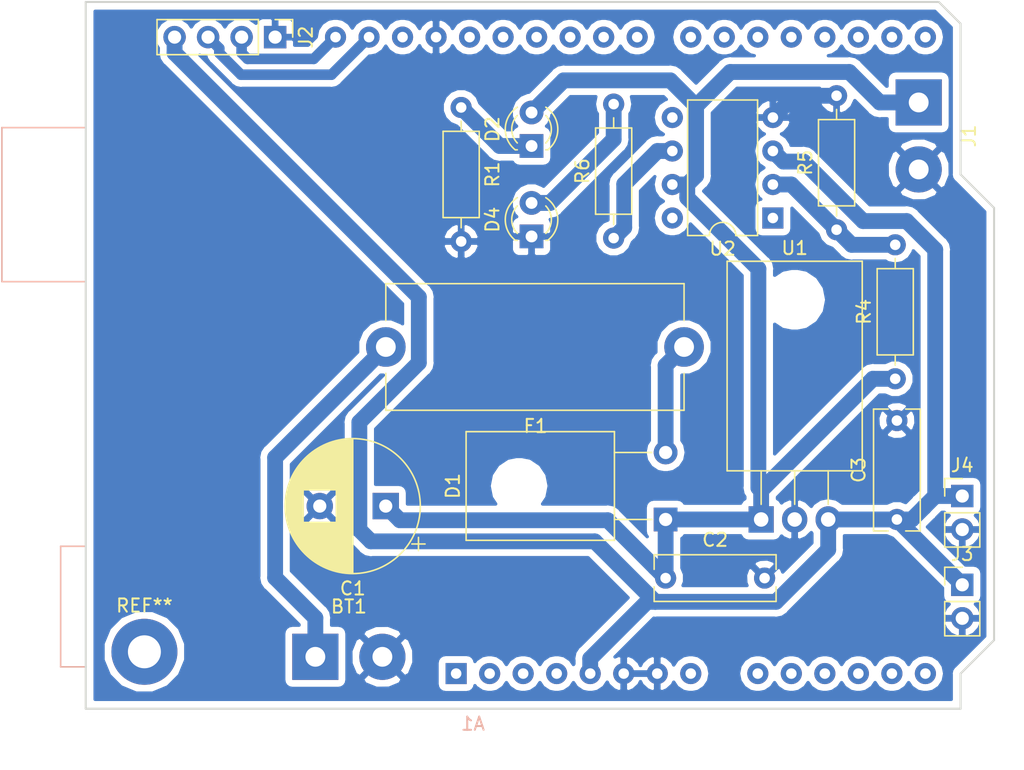
<source format=kicad_pcb>
(kicad_pcb (version 20171130) (host pcbnew 5.0.2+dfsg1-1)

  (general
    (thickness 1.6)
    (drawings 10)
    (tracks 84)
    (zones 0)
    (modules 20)
    (nets 41)
  )

  (page A4)
  (layers
    (0 F.Cu signal)
    (31 B.Cu signal)
    (32 B.Adhes user)
    (33 F.Adhes user)
    (34 B.Paste user)
    (35 F.Paste user)
    (36 B.SilkS user)
    (37 F.SilkS user)
    (38 B.Mask user)
    (39 F.Mask user)
    (40 Dwgs.User user)
    (41 Cmts.User user)
    (42 Eco1.User user)
    (43 Eco2.User user)
    (44 Edge.Cuts user)
    (45 Margin user)
    (46 B.CrtYd user)
    (47 F.CrtYd user)
    (48 B.Fab user)
    (49 F.Fab user)
  )

  (setup
    (last_trace_width 0.8)
    (trace_clearance 0.4)
    (zone_clearance 0.508)
    (zone_45_only no)
    (trace_min 0.2)
    (segment_width 0.2)
    (edge_width 0.15)
    (via_size 0.8)
    (via_drill 0.4)
    (via_min_size 0.4)
    (via_min_drill 0.3)
    (uvia_size 0.3)
    (uvia_drill 0.1)
    (uvias_allowed no)
    (uvia_min_size 0.2)
    (uvia_min_drill 0.1)
    (pcb_text_width 0.3)
    (pcb_text_size 1.5 1.5)
    (mod_edge_width 0.15)
    (mod_text_size 1 1)
    (mod_text_width 0.15)
    (pad_size 1.524 1.524)
    (pad_drill 0.762)
    (pad_to_mask_clearance 0.051)
    (solder_mask_min_width 0.25)
    (aux_axis_origin 191.135 98.171)
    (grid_origin 191.135 98.171)
    (visible_elements FFFFFF7F)
    (pcbplotparams
      (layerselection 0x01020_fffffffe)
      (usegerberextensions false)
      (usegerberattributes false)
      (usegerberadvancedattributes false)
      (creategerberjobfile false)
      (excludeedgelayer true)
      (linewidth 0.100000)
      (plotframeref false)
      (viasonmask false)
      (mode 1)
      (useauxorigin true)
      (hpglpennumber 1)
      (hpglpenspeed 20)
      (hpglpendiameter 15.000000)
      (psnegative false)
      (psa4output false)
      (plotreference true)
      (plotvalue true)
      (plotinvisibletext false)
      (padsonsilk false)
      (subtractmaskfromsilk false)
      (outputformat 1)
      (mirror false)
      (drillshape 0)
      (scaleselection 1)
      (outputdirectory ""))
  )

  (net 0 "")
  (net 1 "Net-(A1-Pad32)")
  (net 2 "Net-(A1-Pad31)")
  (net 3 "Net-(A1-Pad1)")
  (net 4 "Net-(A1-Pad17)")
  (net 5 "Net-(A1-Pad2)")
  (net 6 "Net-(A1-Pad18)")
  (net 7 "Net-(A1-Pad3)")
  (net 8 "Net-(A1-Pad19)")
  (net 9 "Net-(A1-Pad4)")
  (net 10 "Net-(A1-Pad20)")
  (net 11 5V_regulated)
  (net 12 "Net-(A1-Pad21)")
  (net 13 GND)
  (net 14 "Net-(A1-Pad22)")
  (net 15 "Net-(A1-Pad23)")
  (net 16 "Net-(A1-Pad8)")
  (net 17 "Net-(A1-Pad24)")
  (net 18 "Net-(A1-Pad9)")
  (net 19 "Net-(A1-Pad25)")
  (net 20 "Net-(A1-Pad10)")
  (net 21 "Net-(A1-Pad26)")
  (net 22 "Net-(A1-Pad11)")
  (net 23 "Net-(A1-Pad27)")
  (net 24 "Net-(A1-Pad12)")
  (net 25 "Net-(A1-Pad28)")
  (net 26 "Net-(A1-Pad13)")
  (net 27 "Net-(A1-Pad14)")
  (net 28 "Net-(A1-Pad30)")
  (net 29 "Net-(A1-Pad15)")
  (net 30 "Net-(A1-Pad16)")
  (net 31 "Net-(BT1-Pad1)")
  (net 32 "Net-(C1-Pad1)")
  (net 33 "Net-(D1-Pad2)")
  (net 34 "Net-(D2-Pad1)")
  (net 35 "Net-(D4-Pad2)")
  (net 36 "Net-(R4-Pad2)")
  (net 37 "Net-(R6-Pad1)")
  (net 38 "Net-(U2-Pad1)")
  (net 39 "Net-(U2-Pad5)")
  (net 40 "Net-(U2-Pad8)")

  (net_class Default "Ceci est la Netclass par défaut."
    (clearance 0.4)
    (trace_width 0.8)
    (via_dia 0.8)
    (via_drill 0.4)
    (uvia_dia 0.3)
    (uvia_drill 0.1)
    (add_net "Net-(A1-Pad31)")
    (add_net "Net-(A1-Pad32)")
  )

  (net_class Power ""
    (clearance 0.4)
    (trace_width 1.2)
    (via_dia 0.8)
    (via_drill 0.4)
    (uvia_dia 0.3)
    (uvia_drill 0.1)
    (add_net 5V_regulated)
    (add_net GND)
    (add_net "Net-(A1-Pad1)")
    (add_net "Net-(A1-Pad10)")
    (add_net "Net-(A1-Pad11)")
    (add_net "Net-(A1-Pad12)")
    (add_net "Net-(A1-Pad13)")
    (add_net "Net-(A1-Pad14)")
    (add_net "Net-(A1-Pad15)")
    (add_net "Net-(A1-Pad16)")
    (add_net "Net-(A1-Pad17)")
    (add_net "Net-(A1-Pad18)")
    (add_net "Net-(A1-Pad19)")
    (add_net "Net-(A1-Pad2)")
    (add_net "Net-(A1-Pad20)")
    (add_net "Net-(A1-Pad21)")
    (add_net "Net-(A1-Pad22)")
    (add_net "Net-(A1-Pad23)")
    (add_net "Net-(A1-Pad24)")
    (add_net "Net-(A1-Pad25)")
    (add_net "Net-(A1-Pad26)")
    (add_net "Net-(A1-Pad27)")
    (add_net "Net-(A1-Pad28)")
    (add_net "Net-(A1-Pad3)")
    (add_net "Net-(A1-Pad30)")
    (add_net "Net-(A1-Pad4)")
    (add_net "Net-(A1-Pad8)")
    (add_net "Net-(A1-Pad9)")
    (add_net "Net-(BT1-Pad1)")
    (add_net "Net-(C1-Pad1)")
    (add_net "Net-(D1-Pad2)")
    (add_net "Net-(D2-Pad1)")
    (add_net "Net-(D4-Pad2)")
    (add_net "Net-(R4-Pad2)")
    (add_net "Net-(R6-Pad1)")
    (add_net "Net-(U2-Pad1)")
    (add_net "Net-(U2-Pad5)")
    (add_net "Net-(U2-Pad8)")
  )

  (module Module:Arduino_UNO_R3 (layer B.Cu) (tedit 5D7012A2) (tstamp 5D7C95FB)
    (at 214.757 99.822)
    (descr "Arduino UNO R3, http://www.mouser.com/pdfdocs/Gravitech_Arduino_Nano3_0.pdf")
    (tags "Arduino UNO R3")
    (path /5D6ECCBC)
    (fp_text reference A1 (at 1.27 3.81 -180) (layer B.SilkS)
      (effects (font (size 1 1) (thickness 0.15)) (justify mirror))
    )
    (fp_text value Arduino_UNO_R3 (at -4.572 6.477) (layer B.Fab)
      (effects (font (size 1 1) (thickness 0.15)) (justify mirror))
    )
    (fp_text user %R (at 0 -20.32 -180) (layer B.Fab)
      (effects (font (size 1 1) (thickness 0.15)) (justify mirror))
    )
    (fp_line (start 38.35 2.79) (end 38.35 0) (layer B.CrtYd) (width 0.05))
    (fp_line (start 38.35 0) (end 40.89 -2.54) (layer B.CrtYd) (width 0.05))
    (fp_line (start 40.89 -2.54) (end 40.89 -35.31) (layer B.CrtYd) (width 0.05))
    (fp_line (start 40.89 -35.31) (end 38.35 -37.85) (layer B.CrtYd) (width 0.05))
    (fp_line (start 38.35 -37.85) (end 38.35 -49.28) (layer B.CrtYd) (width 0.05))
    (fp_line (start 38.35 -49.28) (end 36.58 -51.05) (layer B.CrtYd) (width 0.05))
    (fp_line (start 36.58 -51.05) (end -28.19 -51.05) (layer B.CrtYd) (width 0.05))
    (fp_line (start -28.19 -51.05) (end -28.19 -41.53) (layer B.CrtYd) (width 0.05))
    (fp_line (start -28.19 -41.53) (end -34.54 -41.53) (layer B.CrtYd) (width 0.05))
    (fp_line (start -34.54 -41.53) (end -34.54 -29.59) (layer B.CrtYd) (width 0.05))
    (fp_line (start -34.54 -29.59) (end -28.19 -29.59) (layer B.CrtYd) (width 0.05))
    (fp_line (start -28.19 -29.59) (end -28.19 -9.78) (layer B.CrtYd) (width 0.05))
    (fp_line (start -28.19 -9.78) (end -30.1 -9.78) (layer B.CrtYd) (width 0.05))
    (fp_line (start -30.1 -9.78) (end -30.1 -0.38) (layer B.CrtYd) (width 0.05))
    (fp_line (start -30.1 -0.38) (end -28.19 -0.38) (layer B.CrtYd) (width 0.05))
    (fp_line (start -28.19 -0.38) (end -28.19 2.79) (layer B.CrtYd) (width 0.05))
    (fp_line (start -28.19 2.79) (end 38.35 2.79) (layer B.CrtYd) (width 0.05))
    (fp_line (start 40.77 -35.31) (end 40.77 -2.54) (layer B.SilkS) (width 0.12))
    (fp_line (start 40.77 -2.54) (end 38.23 0) (layer B.SilkS) (width 0.12))
    (fp_line (start 38.23 0) (end 38.23 2.67) (layer B.SilkS) (width 0.12))
    (fp_line (start 38.23 2.67) (end -28.07 2.67) (layer B.SilkS) (width 0.12))
    (fp_line (start -28.07 2.67) (end -28.07 -0.51) (layer B.SilkS) (width 0.12))
    (fp_line (start -28.07 -0.51) (end -29.97 -0.51) (layer B.SilkS) (width 0.12))
    (fp_line (start -29.97 -0.51) (end -29.97 -9.65) (layer B.SilkS) (width 0.12))
    (fp_line (start -29.97 -9.65) (end -28.07 -9.65) (layer B.SilkS) (width 0.12))
    (fp_line (start -28.07 -9.65) (end -28.07 -29.72) (layer B.SilkS) (width 0.12))
    (fp_line (start -28.07 -29.72) (end -34.42 -29.72) (layer B.SilkS) (width 0.12))
    (fp_line (start -34.42 -29.72) (end -34.42 -41.4) (layer B.SilkS) (width 0.12))
    (fp_line (start -34.42 -41.4) (end -28.07 -41.4) (layer B.SilkS) (width 0.12))
    (fp_line (start -28.07 -41.4) (end -28.07 -50.93) (layer B.SilkS) (width 0.12))
    (fp_line (start -28.07 -50.93) (end 36.58 -50.93) (layer B.SilkS) (width 0.12))
    (fp_line (start 36.58 -50.93) (end 38.23 -49.28) (layer B.SilkS) (width 0.12))
    (fp_line (start 38.23 -49.28) (end 38.23 -37.85) (layer B.SilkS) (width 0.12))
    (fp_line (start 38.23 -37.85) (end 40.77 -35.31) (layer B.SilkS) (width 0.12))
    (fp_line (start -34.29 -29.84) (end -18.41 -29.84) (layer B.Fab) (width 0.1))
    (fp_line (start -18.41 -29.84) (end -18.41 -41.27) (layer B.Fab) (width 0.1))
    (fp_line (start -18.41 -41.27) (end -34.29 -41.27) (layer B.Fab) (width 0.1))
    (fp_line (start -34.29 -41.27) (end -34.29 -29.84) (layer B.Fab) (width 0.1))
    (fp_line (start -29.84 -0.64) (end -16.51 -0.64) (layer B.Fab) (width 0.1))
    (fp_line (start -16.51 -0.64) (end -16.51 -9.53) (layer B.Fab) (width 0.1))
    (fp_line (start -16.51 -9.53) (end -29.84 -9.53) (layer B.Fab) (width 0.1))
    (fp_line (start -29.84 -9.53) (end -29.84 -0.64) (layer B.Fab) (width 0.1))
    (fp_line (start 38.1 -37.85) (end 38.1 -49.28) (layer B.Fab) (width 0.1))
    (fp_line (start 40.64 -2.54) (end 40.64 -35.31) (layer B.Fab) (width 0.1))
    (fp_line (start 40.64 -35.31) (end 38.1 -37.85) (layer B.Fab) (width 0.1))
    (fp_line (start 38.1 2.54) (end 38.1 0) (layer B.Fab) (width 0.1))
    (fp_line (start 38.1 0) (end 40.64 -2.54) (layer B.Fab) (width 0.1))
    (fp_line (start 38.1 -49.28) (end 36.58 -50.8) (layer B.Fab) (width 0.1))
    (fp_line (start 36.58 -50.8) (end -27.94 -50.8) (layer B.Fab) (width 0.1))
    (fp_line (start -27.94 -50.8) (end -27.94 2.54) (layer B.Fab) (width 0.1))
    (fp_line (start -27.94 2.54) (end 38.1 2.54) (layer B.Fab) (width 0.1))
    (pad 32 thru_hole oval (at -9.14 -48.26 270) (size 1.6 1.6) (drill 0.8) (layers *.Cu *.Mask)
      (net 1 "Net-(A1-Pad32)"))
    (pad 31 thru_hole oval (at -6.6 -48.26 270) (size 1.6 1.6) (drill 0.8) (layers *.Cu *.Mask)
      (net 2 "Net-(A1-Pad31)"))
    (pad 1 thru_hole rect (at 0 0 270) (size 1.6 1.6) (drill 0.8) (layers *.Cu *.Mask)
      (net 3 "Net-(A1-Pad1)"))
    (pad 17 thru_hole oval (at 30.48 -48.26 270) (size 1.6 1.6) (drill 0.8) (layers *.Cu *.Mask)
      (net 4 "Net-(A1-Pad17)"))
    (pad 2 thru_hole oval (at 2.54 0 270) (size 1.6 1.6) (drill 0.8) (layers *.Cu *.Mask)
      (net 5 "Net-(A1-Pad2)"))
    (pad 18 thru_hole oval (at 27.94 -48.26 270) (size 1.6 1.6) (drill 0.8) (layers *.Cu *.Mask)
      (net 6 "Net-(A1-Pad18)"))
    (pad 3 thru_hole oval (at 5.08 0 270) (size 1.6 1.6) (drill 0.8) (layers *.Cu *.Mask)
      (net 7 "Net-(A1-Pad3)"))
    (pad 19 thru_hole oval (at 25.4 -48.26 270) (size 1.6 1.6) (drill 0.8) (layers *.Cu *.Mask)
      (net 8 "Net-(A1-Pad19)"))
    (pad 4 thru_hole oval (at 7.62 0 270) (size 1.6 1.6) (drill 0.8) (layers *.Cu *.Mask)
      (net 9 "Net-(A1-Pad4)"))
    (pad 20 thru_hole oval (at 22.86 -48.26 270) (size 1.6 1.6) (drill 0.8) (layers *.Cu *.Mask)
      (net 10 "Net-(A1-Pad20)"))
    (pad 5 thru_hole oval (at 10.16 0 270) (size 1.6 1.6) (drill 0.8) (layers *.Cu *.Mask)
      (net 11 5V_regulated))
    (pad 21 thru_hole oval (at 20.32 -48.26 270) (size 1.6 1.6) (drill 0.8) (layers *.Cu *.Mask)
      (net 12 "Net-(A1-Pad21)"))
    (pad 6 thru_hole oval (at 12.7 0 270) (size 1.6 1.6) (drill 0.8) (layers *.Cu *.Mask)
      (net 13 GND))
    (pad 22 thru_hole oval (at 17.78 -48.26 270) (size 1.6 1.6) (drill 0.8) (layers *.Cu *.Mask)
      (net 14 "Net-(A1-Pad22)"))
    (pad 7 thru_hole oval (at 15.24 0 270) (size 1.6 1.6) (drill 0.8) (layers *.Cu *.Mask)
      (net 13 GND))
    (pad 23 thru_hole oval (at 13.72 -48.26 270) (size 1.6 1.6) (drill 0.8) (layers *.Cu *.Mask)
      (net 15 "Net-(A1-Pad23)"))
    (pad 8 thru_hole oval (at 17.78 0 270) (size 1.6 1.6) (drill 0.8) (layers *.Cu *.Mask)
      (net 16 "Net-(A1-Pad8)"))
    (pad 24 thru_hole oval (at 11.18 -48.26 270) (size 1.6 1.6) (drill 0.8) (layers *.Cu *.Mask)
      (net 17 "Net-(A1-Pad24)"))
    (pad 9 thru_hole oval (at 22.86 0 270) (size 1.6 1.6) (drill 0.8) (layers *.Cu *.Mask)
      (net 18 "Net-(A1-Pad9)"))
    (pad 25 thru_hole oval (at 8.64 -48.26 270) (size 1.6 1.6) (drill 0.8) (layers *.Cu *.Mask)
      (net 19 "Net-(A1-Pad25)"))
    (pad 10 thru_hole oval (at 25.4 0 270) (size 1.6 1.6) (drill 0.8) (layers *.Cu *.Mask)
      (net 20 "Net-(A1-Pad10)"))
    (pad 26 thru_hole oval (at 6.1 -48.26 270) (size 1.6 1.6) (drill 0.8) (layers *.Cu *.Mask)
      (net 21 "Net-(A1-Pad26)"))
    (pad 11 thru_hole oval (at 27.94 0 270) (size 1.6 1.6) (drill 0.8) (layers *.Cu *.Mask)
      (net 22 "Net-(A1-Pad11)"))
    (pad 27 thru_hole oval (at 3.56 -48.26 270) (size 1.6 1.6) (drill 0.8) (layers *.Cu *.Mask)
      (net 23 "Net-(A1-Pad27)"))
    (pad 12 thru_hole oval (at 30.48 0 270) (size 1.6 1.6) (drill 0.8) (layers *.Cu *.Mask)
      (net 24 "Net-(A1-Pad12)"))
    (pad 28 thru_hole oval (at 1.02 -48.26 270) (size 1.6 1.6) (drill 0.8) (layers *.Cu *.Mask)
      (net 25 "Net-(A1-Pad28)"))
    (pad 13 thru_hole oval (at 33.02 0 270) (size 1.6 1.6) (drill 0.8) (layers *.Cu *.Mask)
      (net 26 "Net-(A1-Pad13)"))
    (pad 29 thru_hole oval (at -1.52 -48.26 270) (size 1.6 1.6) (drill 0.8) (layers *.Cu *.Mask)
      (net 13 GND))
    (pad 14 thru_hole oval (at 35.56 0 270) (size 1.6 1.6) (drill 0.8) (layers *.Cu *.Mask)
      (net 27 "Net-(A1-Pad14)"))
    (pad 30 thru_hole oval (at -4.06 -48.26 270) (size 1.6 1.6) (drill 0.8) (layers *.Cu *.Mask)
      (net 28 "Net-(A1-Pad30)"))
    (pad 15 thru_hole oval (at 35.56 -48.26 270) (size 1.6 1.6) (drill 0.8) (layers *.Cu *.Mask)
      (net 29 "Net-(A1-Pad15)"))
    (pad 16 thru_hole oval (at 33.02 -48.26 270) (size 1.6 1.6) (drill 0.8) (layers *.Cu *.Mask)
      (net 30 "Net-(A1-Pad16)"))
    (model ${KISYS3DMOD}/Module.3dshapes/Arduino_UNO_R3.wrl
      (at (xyz 0 0 0))
      (scale (xyz 1 1 1))
      (rotate (xyz 0 0 0))
    )
  )

  (module Connector_Wire:SolderWirePad_1x02_P5.08mm_Drill1.5mm (layer F.Cu) (tedit 5AEE5F19) (tstamp 5D7C9FB3)
    (at 204.089 98.552)
    (descr "Wire solder connection")
    (tags connector)
    (path /5D6ECFB2)
    (attr virtual)
    (fp_text reference BT1 (at 2.54 -3.81) (layer F.SilkS)
      (effects (font (size 1 1) (thickness 0.15)))
    )
    (fp_text value Battery (at 2.54 3.81) (layer F.Fab)
      (effects (font (size 1 1) (thickness 0.15)))
    )
    (fp_text user %R (at 2.54 0) (layer F.Fab)
      (effects (font (size 1 1) (thickness 0.15)))
    )
    (fp_line (start -2.25 -2.25) (end 7.33 -2.25) (layer F.CrtYd) (width 0.05))
    (fp_line (start -2.25 -2.25) (end -2.25 2.25) (layer F.CrtYd) (width 0.05))
    (fp_line (start 7.33 2.25) (end 7.33 -2.25) (layer F.CrtYd) (width 0.05))
    (fp_line (start 7.33 2.25) (end -2.25 2.25) (layer F.CrtYd) (width 0.05))
    (pad 1 thru_hole rect (at 0 0) (size 3.50012 3.50012) (drill 1.50114) (layers *.Cu *.Mask)
      (net 31 "Net-(BT1-Pad1)"))
    (pad 2 thru_hole circle (at 5.08 0) (size 3.50012 3.50012) (drill 1.50114) (layers *.Cu *.Mask)
      (net 13 GND))
  )

  (module Capacitor_THT:C_Rect_L9.0mm_W3.3mm_P7.50mm_MKT (layer F.Cu) (tedit 5AE50EF0) (tstamp 5D7C9625)
    (at 230.632 92.583)
    (descr "C, Rect series, Radial, pin pitch=7.50mm, , length*width=9*3.3mm^2, Capacitor, https://en.tdk.eu/inf/20/20/db/fc_2009/MKT_B32560_564.pdf")
    (tags "C Rect series Radial pin pitch 7.50mm  length 9mm width 3.3mm Capacitor")
    (path /5D70210B)
    (fp_text reference C2 (at 3.75 -2.9) (layer F.SilkS)
      (effects (font (size 1 1) (thickness 0.15)))
    )
    (fp_text value 330n (at 3.75 2.9) (layer F.Fab)
      (effects (font (size 1 1) (thickness 0.15)))
    )
    (fp_text user %R (at 3.75 0) (layer F.Fab)
      (effects (font (size 1 1) (thickness 0.15)))
    )
    (fp_line (start 8.55 -1.9) (end -1.05 -1.9) (layer F.CrtYd) (width 0.05))
    (fp_line (start 8.55 1.9) (end 8.55 -1.9) (layer F.CrtYd) (width 0.05))
    (fp_line (start -1.05 1.9) (end 8.55 1.9) (layer F.CrtYd) (width 0.05))
    (fp_line (start -1.05 -1.9) (end -1.05 1.9) (layer F.CrtYd) (width 0.05))
    (fp_line (start 8.37 0.665) (end 8.37 1.77) (layer F.SilkS) (width 0.12))
    (fp_line (start 8.37 -1.77) (end 8.37 -0.665) (layer F.SilkS) (width 0.12))
    (fp_line (start -0.87 0.665) (end -0.87 1.77) (layer F.SilkS) (width 0.12))
    (fp_line (start -0.87 -1.77) (end -0.87 -0.665) (layer F.SilkS) (width 0.12))
    (fp_line (start -0.87 1.77) (end 8.37 1.77) (layer F.SilkS) (width 0.12))
    (fp_line (start -0.87 -1.77) (end 8.37 -1.77) (layer F.SilkS) (width 0.12))
    (fp_line (start 8.25 -1.65) (end -0.75 -1.65) (layer F.Fab) (width 0.1))
    (fp_line (start 8.25 1.65) (end 8.25 -1.65) (layer F.Fab) (width 0.1))
    (fp_line (start -0.75 1.65) (end 8.25 1.65) (layer F.Fab) (width 0.1))
    (fp_line (start -0.75 -1.65) (end -0.75 1.65) (layer F.Fab) (width 0.1))
    (pad 2 thru_hole circle (at 7.5 0) (size 1.6 1.6) (drill 0.8) (layers *.Cu *.Mask)
      (net 13 GND))
    (pad 1 thru_hole circle (at 0 0) (size 1.6 1.6) (drill 0.8) (layers *.Cu *.Mask)
      (net 32 "Net-(C1-Pad1)"))
    (model ${KISYS3DMOD}/Capacitor_THT.3dshapes/C_Rect_L9.0mm_W3.3mm_P7.50mm_MKT.wrl
      (at (xyz 0 0 0))
      (scale (xyz 1 1 1))
      (rotate (xyz 0 0 0))
    )
  )

  (module Capacitor_THT:C_Rect_L9.0mm_W3.3mm_P7.50mm_MKT (layer F.Cu) (tedit 5AE50EF0) (tstamp 5D7C963A)
    (at 248.158 88.138 90)
    (descr "C, Rect series, Radial, pin pitch=7.50mm, , length*width=9*3.3mm^2, Capacitor, https://en.tdk.eu/inf/20/20/db/fc_2009/MKT_B32560_564.pdf")
    (tags "C Rect series Radial pin pitch 7.50mm  length 9mm width 3.3mm Capacitor")
    (path /5D702191)
    (fp_text reference C3 (at 3.75 -2.9 90) (layer F.SilkS)
      (effects (font (size 1 1) (thickness 0.15)))
    )
    (fp_text value 100n (at 3.75 2.9 90) (layer F.Fab)
      (effects (font (size 1 1) (thickness 0.15)))
    )
    (fp_line (start -0.75 -1.65) (end -0.75 1.65) (layer F.Fab) (width 0.1))
    (fp_line (start -0.75 1.65) (end 8.25 1.65) (layer F.Fab) (width 0.1))
    (fp_line (start 8.25 1.65) (end 8.25 -1.65) (layer F.Fab) (width 0.1))
    (fp_line (start 8.25 -1.65) (end -0.75 -1.65) (layer F.Fab) (width 0.1))
    (fp_line (start -0.87 -1.77) (end 8.37 -1.77) (layer F.SilkS) (width 0.12))
    (fp_line (start -0.87 1.77) (end 8.37 1.77) (layer F.SilkS) (width 0.12))
    (fp_line (start -0.87 -1.77) (end -0.87 -0.665) (layer F.SilkS) (width 0.12))
    (fp_line (start -0.87 0.665) (end -0.87 1.77) (layer F.SilkS) (width 0.12))
    (fp_line (start 8.37 -1.77) (end 8.37 -0.665) (layer F.SilkS) (width 0.12))
    (fp_line (start 8.37 0.665) (end 8.37 1.77) (layer F.SilkS) (width 0.12))
    (fp_line (start -1.05 -1.9) (end -1.05 1.9) (layer F.CrtYd) (width 0.05))
    (fp_line (start -1.05 1.9) (end 8.55 1.9) (layer F.CrtYd) (width 0.05))
    (fp_line (start 8.55 1.9) (end 8.55 -1.9) (layer F.CrtYd) (width 0.05))
    (fp_line (start 8.55 -1.9) (end -1.05 -1.9) (layer F.CrtYd) (width 0.05))
    (fp_text user %R (at 3.75 0 90) (layer F.Fab)
      (effects (font (size 1 1) (thickness 0.15)))
    )
    (pad 1 thru_hole circle (at 0 0 90) (size 1.6 1.6) (drill 0.8) (layers *.Cu *.Mask)
      (net 11 5V_regulated))
    (pad 2 thru_hole circle (at 7.5 0 90) (size 1.6 1.6) (drill 0.8) (layers *.Cu *.Mask)
      (net 13 GND))
    (model ${KISYS3DMOD}/Capacitor_THT.3dshapes/C_Rect_L9.0mm_W3.3mm_P7.50mm_MKT.wrl
      (at (xyz 0 0 0))
      (scale (xyz 1 1 1))
      (rotate (xyz 0 0 0))
    )
  )

  (module Package_TO_SOT_THT:TO-126-2_Horizontal_TabDown (layer F.Cu) (tedit 5AC8BA0D) (tstamp 5D7C9653)
    (at 230.632 88.138 90)
    (descr "TO-126-2, Horizontal, RM 5.08mm, see https://www.diodes.com/assets/Package-Files/TO126.pdf")
    (tags "TO-126-2 Horizontal RM 5.08mm")
    (path /5D6ED1A7)
    (fp_text reference D1 (at 2.54 -16.12 90) (layer F.SilkS)
      (effects (font (size 1 1) (thickness 0.15)))
    )
    (fp_text value MBR1645 (at 2.54 1.9 90) (layer F.Fab)
      (effects (font (size 1 1) (thickness 0.15)))
    )
    (fp_circle (center 2.54 -11.1) (end 4.14 -11.1) (layer F.Fab) (width 0.1))
    (fp_line (start -1.46 -4) (end -1.46 -15) (layer F.Fab) (width 0.1))
    (fp_line (start -1.46 -15) (end 6.54 -15) (layer F.Fab) (width 0.1))
    (fp_line (start 6.54 -15) (end 6.54 -4) (layer F.Fab) (width 0.1))
    (fp_line (start 6.54 -4) (end -1.46 -4) (layer F.Fab) (width 0.1))
    (fp_line (start 0 -4) (end 0 0) (layer F.Fab) (width 0.1))
    (fp_line (start 5.08 -4) (end 5.08 0) (layer F.Fab) (width 0.1))
    (fp_line (start -1.58 -3.88) (end 6.66 -3.88) (layer F.SilkS) (width 0.12))
    (fp_line (start -1.58 -15.12) (end 6.66 -15.12) (layer F.SilkS) (width 0.12))
    (fp_line (start -1.58 -15.12) (end -1.58 -3.88) (layer F.SilkS) (width 0.12))
    (fp_line (start 6.66 -15.12) (end 6.66 -3.88) (layer F.SilkS) (width 0.12))
    (fp_line (start 0 -3.88) (end 0 -1.05) (layer F.SilkS) (width 0.12))
    (fp_line (start 5.08 -3.88) (end 5.08 -1.066) (layer F.SilkS) (width 0.12))
    (fp_line (start -1.71 -15.25) (end -1.71 1.15) (layer F.CrtYd) (width 0.05))
    (fp_line (start -1.71 1.15) (end 6.79 1.15) (layer F.CrtYd) (width 0.05))
    (fp_line (start 6.79 1.15) (end 6.79 -15.25) (layer F.CrtYd) (width 0.05))
    (fp_line (start 6.79 -15.25) (end -1.71 -15.25) (layer F.CrtYd) (width 0.05))
    (fp_text user %R (at 2.54 -16.12 90) (layer F.Fab)
      (effects (font (size 1 1) (thickness 0.15)))
    )
    (pad "" np_thru_hole oval (at 2.54 -11.1 90) (size 3.2 3.2) (drill 3.2) (layers *.Cu *.Mask))
    (pad 1 thru_hole rect (at 0 0 90) (size 1.8 1.8) (drill 1) (layers *.Cu *.Mask)
      (net 32 "Net-(C1-Pad1)"))
    (pad 2 thru_hole oval (at 5.08 0 90) (size 1.8 1.8) (drill 1) (layers *.Cu *.Mask)
      (net 33 "Net-(D1-Pad2)"))
    (model ${KISYS3DMOD}/Package_TO_SOT_THT.3dshapes/TO-126-2_Horizontal_TabDown.wrl
      (at (xyz 0 0 0))
      (scale (xyz 1 1 1))
      (rotate (xyz 0 0 0))
    )
  )

  (module LED_THT:LED_D3.0mm (layer F.Cu) (tedit 587A3A7B) (tstamp 5D7CB7BD)
    (at 220.472 59.817 90)
    (descr "LED, diameter 3.0mm, 2 pins")
    (tags "LED diameter 3.0mm 2 pins")
    (path /5D6ED425)
    (fp_text reference D2 (at 1.27 -2.96 90) (layer F.SilkS)
      (effects (font (size 1 1) (thickness 0.15)))
    )
    (fp_text value "ON (vert)" (at 1.27 2.96 90) (layer F.Fab)
      (effects (font (size 1 1) (thickness 0.15)))
    )
    (fp_arc (start 1.27 0) (end -0.23 -1.16619) (angle 284.3) (layer F.Fab) (width 0.1))
    (fp_arc (start 1.27 0) (end -0.29 -1.235516) (angle 108.8) (layer F.SilkS) (width 0.12))
    (fp_arc (start 1.27 0) (end -0.29 1.235516) (angle -108.8) (layer F.SilkS) (width 0.12))
    (fp_arc (start 1.27 0) (end 0.229039 -1.08) (angle 87.9) (layer F.SilkS) (width 0.12))
    (fp_arc (start 1.27 0) (end 0.229039 1.08) (angle -87.9) (layer F.SilkS) (width 0.12))
    (fp_circle (center 1.27 0) (end 2.77 0) (layer F.Fab) (width 0.1))
    (fp_line (start -0.23 -1.16619) (end -0.23 1.16619) (layer F.Fab) (width 0.1))
    (fp_line (start -0.29 -1.236) (end -0.29 -1.08) (layer F.SilkS) (width 0.12))
    (fp_line (start -0.29 1.08) (end -0.29 1.236) (layer F.SilkS) (width 0.12))
    (fp_line (start -1.15 -2.25) (end -1.15 2.25) (layer F.CrtYd) (width 0.05))
    (fp_line (start -1.15 2.25) (end 3.7 2.25) (layer F.CrtYd) (width 0.05))
    (fp_line (start 3.7 2.25) (end 3.7 -2.25) (layer F.CrtYd) (width 0.05))
    (fp_line (start 3.7 -2.25) (end -1.15 -2.25) (layer F.CrtYd) (width 0.05))
    (pad 1 thru_hole rect (at 0 0 90) (size 1.8 1.8) (drill 0.9) (layers *.Cu *.Mask)
      (net 34 "Net-(D2-Pad1)"))
    (pad 2 thru_hole circle (at 2.54 0 90) (size 1.8 1.8) (drill 0.9) (layers *.Cu *.Mask)
      (net 32 "Net-(C1-Pad1)"))
    (model ${KISYS3DMOD}/LED_THT.3dshapes/LED_D3.0mm.wrl
      (at (xyz 0 0 0))
      (scale (xyz 1 1 1))
      (rotate (xyz 0 0 0))
    )
  )

  (module LED_THT:LED_D3.0mm (layer F.Cu) (tedit 587A3A7B) (tstamp 5D7C9679)
    (at 220.472 66.675 90)
    (descr "LED, diameter 3.0mm, 2 pins")
    (tags "LED diameter 3.0mm 2 pins")
    (path /5D7157A5)
    (fp_text reference D4 (at 1.27 -2.96 90) (layer F.SilkS)
      (effects (font (size 1 1) (thickness 0.15)))
    )
    (fp_text value "Low battery (red)" (at 1.27 2.96 90) (layer F.Fab)
      (effects (font (size 1 1) (thickness 0.15)))
    )
    (fp_line (start 3.7 -2.25) (end -1.15 -2.25) (layer F.CrtYd) (width 0.05))
    (fp_line (start 3.7 2.25) (end 3.7 -2.25) (layer F.CrtYd) (width 0.05))
    (fp_line (start -1.15 2.25) (end 3.7 2.25) (layer F.CrtYd) (width 0.05))
    (fp_line (start -1.15 -2.25) (end -1.15 2.25) (layer F.CrtYd) (width 0.05))
    (fp_line (start -0.29 1.08) (end -0.29 1.236) (layer F.SilkS) (width 0.12))
    (fp_line (start -0.29 -1.236) (end -0.29 -1.08) (layer F.SilkS) (width 0.12))
    (fp_line (start -0.23 -1.16619) (end -0.23 1.16619) (layer F.Fab) (width 0.1))
    (fp_circle (center 1.27 0) (end 2.77 0) (layer F.Fab) (width 0.1))
    (fp_arc (start 1.27 0) (end 0.229039 1.08) (angle -87.9) (layer F.SilkS) (width 0.12))
    (fp_arc (start 1.27 0) (end 0.229039 -1.08) (angle 87.9) (layer F.SilkS) (width 0.12))
    (fp_arc (start 1.27 0) (end -0.29 1.235516) (angle -108.8) (layer F.SilkS) (width 0.12))
    (fp_arc (start 1.27 0) (end -0.29 -1.235516) (angle 108.8) (layer F.SilkS) (width 0.12))
    (fp_arc (start 1.27 0) (end -0.23 -1.16619) (angle 284.3) (layer F.Fab) (width 0.1))
    (pad 2 thru_hole circle (at 2.54 0 90) (size 1.8 1.8) (drill 0.9) (layers *.Cu *.Mask)
      (net 35 "Net-(D4-Pad2)"))
    (pad 1 thru_hole rect (at 0 0 90) (size 1.8 1.8) (drill 0.9) (layers *.Cu *.Mask)
      (net 13 GND))
    (model ${KISYS3DMOD}/LED_THT.3dshapes/LED_D3.0mm.wrl
      (at (xyz 0 0 0))
      (scale (xyz 1 1 1))
      (rotate (xyz 0 0 0))
    )
  )

  (module Fuse:Fuseholder_Cylinder-5x20mm_Stelvio-Kontek_PTF78_Horizontal_Open (layer F.Cu) (tedit 5B7EAE13) (tstamp 5D7C96A2)
    (at 232.029 75.057 180)
    (descr https://www.tme.eu/en/Document/3b48dbe2b9714a62652c97b08fcd464b/PTF78.pdf)
    (tags "Fuseholder horizontal open 5x20 Stelvio-Kontek PTF/78")
    (path /5D6ED0C2)
    (fp_text reference F1 (at 11.25 -6 180) (layer F.SilkS)
      (effects (font (size 1 1) (thickness 0.15)))
    )
    (fp_text value "10 A" (at 13 6 180) (layer F.Fab)
      (effects (font (size 1 1) (thickness 0.15)))
    )
    (fp_text user %R (at 11.25 4 180) (layer F.Fab)
      (effects (font (size 1 1) (thickness 0.15)))
    )
    (fp_line (start 0.1 -4.7) (end 0.1 4.7) (layer F.Fab) (width 0.1))
    (fp_line (start 0.1 4.7) (end 22.5 4.7) (layer F.Fab) (width 0.1))
    (fp_line (start 22.5 4.7) (end 22.5 -4.7) (layer F.Fab) (width 0.1))
    (fp_line (start 22.5 -4.7) (end 0.1 -4.7) (layer F.Fab) (width 0.1))
    (fp_line (start -0.15 4.95) (end -0.15 1.85) (layer F.CrtYd) (width 0.05))
    (fp_line (start 22.6 4.8) (end 22.6 2) (layer F.SilkS) (width 0.12))
    (fp_line (start 22.6 -2) (end 22.6 -4.8) (layer F.SilkS) (width 0.12))
    (fp_line (start 0 -2) (end 0 -4.8) (layer F.SilkS) (width 0.12))
    (fp_line (start 0 -4.8) (end 22.6 -4.8) (layer F.SilkS) (width 0.12))
    (fp_line (start 22.75 4.95) (end -0.15 4.95) (layer F.CrtYd) (width 0.05))
    (fp_line (start -0.15 -4.95) (end 22.75 -4.95) (layer F.CrtYd) (width 0.05))
    (fp_line (start 0 4.8) (end 22.6 4.8) (layer F.SilkS) (width 0.12))
    (fp_line (start -0.15 -1.85) (end -0.15 -4.95) (layer F.CrtYd) (width 0.05))
    (fp_line (start 22.75 -1.85) (end 22.75 -4.95) (layer F.CrtYd) (width 0.05))
    (fp_line (start 22.75 1.85) (end 22.75 4.95) (layer F.CrtYd) (width 0.05))
    (fp_line (start 0 4.8) (end 0 2) (layer F.SilkS) (width 0.12))
    (fp_line (start 22.75 -1.85) (end 23 -1.85) (layer F.CrtYd) (width 0.05))
    (fp_line (start 24.45 0.45) (end 24.45 -0.45) (layer F.CrtYd) (width 0.05))
    (fp_line (start 24.45 -0.45) (end 24.05 -1.25) (layer F.CrtYd) (width 0.05))
    (fp_line (start 24.05 -1.25) (end 23.35 -1.75) (layer F.CrtYd) (width 0.05))
    (fp_line (start 23.35 -1.75) (end 23 -1.85) (layer F.CrtYd) (width 0.05))
    (fp_line (start 22.75 1.85) (end 23 1.85) (layer F.CrtYd) (width 0.05))
    (fp_line (start 23 1.85) (end 23.35 1.75) (layer F.CrtYd) (width 0.05))
    (fp_line (start 23.35 1.75) (end 24.05 1.25) (layer F.CrtYd) (width 0.05))
    (fp_line (start 24.05 1.25) (end 24.45 0.45) (layer F.CrtYd) (width 0.05))
    (fp_line (start -0.15 -1.85) (end -0.4 -1.85) (layer F.CrtYd) (width 0.05))
    (fp_line (start -0.4 -1.85) (end -0.75 -1.75) (layer F.CrtYd) (width 0.05))
    (fp_line (start -0.75 -1.75) (end -1.45 -1.25) (layer F.CrtYd) (width 0.05))
    (fp_line (start -1.85 -0.45) (end -1.85 0.45) (layer F.CrtYd) (width 0.05))
    (fp_line (start -1.45 1.25) (end -0.75 1.75) (layer F.CrtYd) (width 0.05))
    (fp_line (start -0.75 1.75) (end -0.4 1.85) (layer F.CrtYd) (width 0.05))
    (fp_line (start -0.4 1.85) (end -0.15 1.85) (layer F.CrtYd) (width 0.05))
    (fp_line (start -1.45 1.25) (end -1.85 0.45) (layer F.CrtYd) (width 0.05))
    (fp_line (start -1.85 -0.45) (end -1.45 -1.25) (layer F.CrtYd) (width 0.05))
    (pad 1 thru_hole circle (at 0 0 180) (size 3 3) (drill 1.5) (layers *.Cu *.Mask)
      (net 33 "Net-(D1-Pad2)"))
    (pad 2 thru_hole circle (at 22.6 0 180) (size 3 3) (drill 1.5) (layers *.Cu *.Mask)
      (net 31 "Net-(BT1-Pad1)"))
    (model ${KISYS3DMOD}/Fuse.3dshapes/Fuseholder_Cylinder-5x20mm_Stelvio-Kontek_PTF78_Horizontal_Open.wrl
      (at (xyz 0 0 0))
      (scale (xyz 1 1 1))
      (rotate (xyz 0 0 0))
    )
  )

  (module Connector_Wire:SolderWirePad_1x02_P5.08mm_Drill1.5mm (layer F.Cu) (tedit 5AEE5F19) (tstamp 5D7C96AD)
    (at 249.809 56.515 270)
    (descr "Wire solder connection")
    (tags connector)
    (path /5D6EEFC3)
    (attr virtual)
    (fp_text reference J1 (at 2.54 -3.81 270) (layer F.SilkS)
      (effects (font (size 1 1) (thickness 0.15)))
    )
    (fp_text value "Raw 12V" (at 2.54 3.81 270) (layer F.Fab)
      (effects (font (size 1 1) (thickness 0.15)))
    )
    (fp_line (start 7.33 2.25) (end -2.25 2.25) (layer F.CrtYd) (width 0.05))
    (fp_line (start 7.33 2.25) (end 7.33 -2.25) (layer F.CrtYd) (width 0.05))
    (fp_line (start -2.25 -2.25) (end -2.25 2.25) (layer F.CrtYd) (width 0.05))
    (fp_line (start -2.25 -2.25) (end 7.33 -2.25) (layer F.CrtYd) (width 0.05))
    (fp_text user %R (at 2.54 0 270) (layer F.Fab)
      (effects (font (size 1 1) (thickness 0.15)))
    )
    (pad 2 thru_hole circle (at 5.08 0 270) (size 3.50012 3.50012) (drill 1.50114) (layers *.Cu *.Mask)
      (net 13 GND))
    (pad 1 thru_hole rect (at 0 0 270) (size 3.50012 3.50012) (drill 1.50114) (layers *.Cu *.Mask)
      (net 32 "Net-(C1-Pad1)"))
  )

  (module Connector_PinHeader_2.54mm:PinHeader_1x04_P2.54mm_Vertical (layer F.Cu) (tedit 59FED5CC) (tstamp 5D7C96C5)
    (at 201.041 51.562 270)
    (descr "Through hole straight pin header, 1x04, 2.54mm pitch, single row")
    (tags "Through hole pin header THT 1x04 2.54mm single row")
    (path /5D6EDB0C)
    (fp_text reference J2 (at 0 -2.33 270) (layer F.SilkS)
      (effects (font (size 1 1) (thickness 0.15)))
    )
    (fp_text value "I2C 5V" (at 0 9.95 270) (layer F.Fab)
      (effects (font (size 1 1) (thickness 0.15)))
    )
    (fp_line (start -0.635 -1.27) (end 1.27 -1.27) (layer F.Fab) (width 0.1))
    (fp_line (start 1.27 -1.27) (end 1.27 8.89) (layer F.Fab) (width 0.1))
    (fp_line (start 1.27 8.89) (end -1.27 8.89) (layer F.Fab) (width 0.1))
    (fp_line (start -1.27 8.89) (end -1.27 -0.635) (layer F.Fab) (width 0.1))
    (fp_line (start -1.27 -0.635) (end -0.635 -1.27) (layer F.Fab) (width 0.1))
    (fp_line (start -1.33 8.95) (end 1.33 8.95) (layer F.SilkS) (width 0.12))
    (fp_line (start -1.33 1.27) (end -1.33 8.95) (layer F.SilkS) (width 0.12))
    (fp_line (start 1.33 1.27) (end 1.33 8.95) (layer F.SilkS) (width 0.12))
    (fp_line (start -1.33 1.27) (end 1.33 1.27) (layer F.SilkS) (width 0.12))
    (fp_line (start -1.33 0) (end -1.33 -1.33) (layer F.SilkS) (width 0.12))
    (fp_line (start -1.33 -1.33) (end 0 -1.33) (layer F.SilkS) (width 0.12))
    (fp_line (start -1.8 -1.8) (end -1.8 9.4) (layer F.CrtYd) (width 0.05))
    (fp_line (start -1.8 9.4) (end 1.8 9.4) (layer F.CrtYd) (width 0.05))
    (fp_line (start 1.8 9.4) (end 1.8 -1.8) (layer F.CrtYd) (width 0.05))
    (fp_line (start 1.8 -1.8) (end -1.8 -1.8) (layer F.CrtYd) (width 0.05))
    (fp_text user %R (at 0 3.81) (layer F.Fab)
      (effects (font (size 1 1) (thickness 0.15)))
    )
    (pad 1 thru_hole rect (at 0 0 270) (size 1.7 1.7) (drill 1) (layers *.Cu *.Mask)
      (net 13 GND))
    (pad 2 thru_hole oval (at 0 2.54 270) (size 1.7 1.7) (drill 1) (layers *.Cu *.Mask)
      (net 1 "Net-(A1-Pad32)"))
    (pad 3 thru_hole oval (at 0 5.08 270) (size 1.7 1.7) (drill 1) (layers *.Cu *.Mask)
      (net 2 "Net-(A1-Pad31)"))
    (pad 4 thru_hole oval (at 0 7.62 270) (size 1.7 1.7) (drill 1) (layers *.Cu *.Mask)
      (net 11 5V_regulated))
    (model ${KISYS3DMOD}/Connector_PinHeader_2.54mm.3dshapes/PinHeader_1x04_P2.54mm_Vertical.wrl
      (at (xyz 0 0 0))
      (scale (xyz 1 1 1))
      (rotate (xyz 0 0 0))
    )
  )

  (module Connector_PinHeader_2.54mm:PinHeader_1x02_P2.54mm_Vertical (layer F.Cu) (tedit 59FED5CC) (tstamp 5D7C96DB)
    (at 253.111 93.091)
    (descr "Through hole straight pin header, 1x02, 2.54mm pitch, single row")
    (tags "Through hole pin header THT 1x02 2.54mm single row")
    (path /5D70BC22)
    (fp_text reference J3 (at 0 -2.33) (layer F.SilkS)
      (effects (font (size 1 1) (thickness 0.15)))
    )
    (fp_text value "5V supply A" (at 0 4.87) (layer F.Fab)
      (effects (font (size 1 1) (thickness 0.15)))
    )
    (fp_line (start -0.635 -1.27) (end 1.27 -1.27) (layer F.Fab) (width 0.1))
    (fp_line (start 1.27 -1.27) (end 1.27 3.81) (layer F.Fab) (width 0.1))
    (fp_line (start 1.27 3.81) (end -1.27 3.81) (layer F.Fab) (width 0.1))
    (fp_line (start -1.27 3.81) (end -1.27 -0.635) (layer F.Fab) (width 0.1))
    (fp_line (start -1.27 -0.635) (end -0.635 -1.27) (layer F.Fab) (width 0.1))
    (fp_line (start -1.33 3.87) (end 1.33 3.87) (layer F.SilkS) (width 0.12))
    (fp_line (start -1.33 1.27) (end -1.33 3.87) (layer F.SilkS) (width 0.12))
    (fp_line (start 1.33 1.27) (end 1.33 3.87) (layer F.SilkS) (width 0.12))
    (fp_line (start -1.33 1.27) (end 1.33 1.27) (layer F.SilkS) (width 0.12))
    (fp_line (start -1.33 0) (end -1.33 -1.33) (layer F.SilkS) (width 0.12))
    (fp_line (start -1.33 -1.33) (end 0 -1.33) (layer F.SilkS) (width 0.12))
    (fp_line (start -1.8 -1.8) (end -1.8 4.35) (layer F.CrtYd) (width 0.05))
    (fp_line (start -1.8 4.35) (end 1.8 4.35) (layer F.CrtYd) (width 0.05))
    (fp_line (start 1.8 4.35) (end 1.8 -1.8) (layer F.CrtYd) (width 0.05))
    (fp_line (start 1.8 -1.8) (end -1.8 -1.8) (layer F.CrtYd) (width 0.05))
    (fp_text user %R (at 0 1.27 90) (layer F.Fab)
      (effects (font (size 1 1) (thickness 0.15)))
    )
    (pad 1 thru_hole rect (at 0 0) (size 1.7 1.7) (drill 1) (layers *.Cu *.Mask)
      (net 11 5V_regulated))
    (pad 2 thru_hole oval (at 0 2.54) (size 1.7 1.7) (drill 1) (layers *.Cu *.Mask)
      (net 13 GND))
    (model ${KISYS3DMOD}/Connector_PinHeader_2.54mm.3dshapes/PinHeader_1x02_P2.54mm_Vertical.wrl
      (at (xyz 0 0 0))
      (scale (xyz 1 1 1))
      (rotate (xyz 0 0 0))
    )
  )

  (module Connector_PinHeader_2.54mm:PinHeader_1x02_P2.54mm_Vertical (layer F.Cu) (tedit 59FED5CC) (tstamp 5D7C96F1)
    (at 253.111 86.36)
    (descr "Through hole straight pin header, 1x02, 2.54mm pitch, single row")
    (tags "Through hole pin header THT 1x02 2.54mm single row")
    (path /5D710F72)
    (fp_text reference J4 (at 0 -2.33) (layer F.SilkS)
      (effects (font (size 1 1) (thickness 0.15)))
    )
    (fp_text value "5V supply B" (at 0 4.87) (layer F.Fab)
      (effects (font (size 1 1) (thickness 0.15)))
    )
    (fp_text user %R (at 0 1.27 90) (layer F.Fab)
      (effects (font (size 1 1) (thickness 0.15)))
    )
    (fp_line (start 1.8 -1.8) (end -1.8 -1.8) (layer F.CrtYd) (width 0.05))
    (fp_line (start 1.8 4.35) (end 1.8 -1.8) (layer F.CrtYd) (width 0.05))
    (fp_line (start -1.8 4.35) (end 1.8 4.35) (layer F.CrtYd) (width 0.05))
    (fp_line (start -1.8 -1.8) (end -1.8 4.35) (layer F.CrtYd) (width 0.05))
    (fp_line (start -1.33 -1.33) (end 0 -1.33) (layer F.SilkS) (width 0.12))
    (fp_line (start -1.33 0) (end -1.33 -1.33) (layer F.SilkS) (width 0.12))
    (fp_line (start -1.33 1.27) (end 1.33 1.27) (layer F.SilkS) (width 0.12))
    (fp_line (start 1.33 1.27) (end 1.33 3.87) (layer F.SilkS) (width 0.12))
    (fp_line (start -1.33 1.27) (end -1.33 3.87) (layer F.SilkS) (width 0.12))
    (fp_line (start -1.33 3.87) (end 1.33 3.87) (layer F.SilkS) (width 0.12))
    (fp_line (start -1.27 -0.635) (end -0.635 -1.27) (layer F.Fab) (width 0.1))
    (fp_line (start -1.27 3.81) (end -1.27 -0.635) (layer F.Fab) (width 0.1))
    (fp_line (start 1.27 3.81) (end -1.27 3.81) (layer F.Fab) (width 0.1))
    (fp_line (start 1.27 -1.27) (end 1.27 3.81) (layer F.Fab) (width 0.1))
    (fp_line (start -0.635 -1.27) (end 1.27 -1.27) (layer F.Fab) (width 0.1))
    (pad 2 thru_hole oval (at 0 2.54) (size 1.7 1.7) (drill 1) (layers *.Cu *.Mask)
      (net 13 GND))
    (pad 1 thru_hole rect (at 0 0) (size 1.7 1.7) (drill 1) (layers *.Cu *.Mask)
      (net 11 5V_regulated))
    (model ${KISYS3DMOD}/Connector_PinHeader_2.54mm.3dshapes/PinHeader_1x02_P2.54mm_Vertical.wrl
      (at (xyz 0 0 0))
      (scale (xyz 1 1 1))
      (rotate (xyz 0 0 0))
    )
  )

  (module Resistor_THT:R_Axial_DIN0207_L6.3mm_D2.5mm_P10.16mm_Horizontal (layer F.Cu) (tedit 5AE5139B) (tstamp 5D7CB77F)
    (at 215.138 56.896 270)
    (descr "Resistor, Axial_DIN0207 series, Axial, Horizontal, pin pitch=10.16mm, 0.25W = 1/4W, length*diameter=6.3*2.5mm^2, http://cdn-reichelt.de/documents/datenblatt/B400/1_4W%23YAG.pdf")
    (tags "Resistor Axial_DIN0207 series Axial Horizontal pin pitch 10.16mm 0.25W = 1/4W length 6.3mm diameter 2.5mm")
    (path /5D6ED595)
    (fp_text reference R1 (at 5.08 -2.37 270) (layer F.SilkS)
      (effects (font (size 1 1) (thickness 0.15)))
    )
    (fp_text value 1k (at 5.08 2.37 270) (layer F.Fab)
      (effects (font (size 1 1) (thickness 0.15)))
    )
    (fp_line (start 1.93 -1.25) (end 1.93 1.25) (layer F.Fab) (width 0.1))
    (fp_line (start 1.93 1.25) (end 8.23 1.25) (layer F.Fab) (width 0.1))
    (fp_line (start 8.23 1.25) (end 8.23 -1.25) (layer F.Fab) (width 0.1))
    (fp_line (start 8.23 -1.25) (end 1.93 -1.25) (layer F.Fab) (width 0.1))
    (fp_line (start 0 0) (end 1.93 0) (layer F.Fab) (width 0.1))
    (fp_line (start 10.16 0) (end 8.23 0) (layer F.Fab) (width 0.1))
    (fp_line (start 1.81 -1.37) (end 1.81 1.37) (layer F.SilkS) (width 0.12))
    (fp_line (start 1.81 1.37) (end 8.35 1.37) (layer F.SilkS) (width 0.12))
    (fp_line (start 8.35 1.37) (end 8.35 -1.37) (layer F.SilkS) (width 0.12))
    (fp_line (start 8.35 -1.37) (end 1.81 -1.37) (layer F.SilkS) (width 0.12))
    (fp_line (start 1.04 0) (end 1.81 0) (layer F.SilkS) (width 0.12))
    (fp_line (start 9.12 0) (end 8.35 0) (layer F.SilkS) (width 0.12))
    (fp_line (start -1.05 -1.5) (end -1.05 1.5) (layer F.CrtYd) (width 0.05))
    (fp_line (start -1.05 1.5) (end 11.21 1.5) (layer F.CrtYd) (width 0.05))
    (fp_line (start 11.21 1.5) (end 11.21 -1.5) (layer F.CrtYd) (width 0.05))
    (fp_line (start 11.21 -1.5) (end -1.05 -1.5) (layer F.CrtYd) (width 0.05))
    (fp_text user %R (at 5.08 0 270) (layer F.Fab)
      (effects (font (size 1 1) (thickness 0.15)))
    )
    (pad 1 thru_hole circle (at 0 0 270) (size 1.6 1.6) (drill 0.8) (layers *.Cu *.Mask)
      (net 34 "Net-(D2-Pad1)"))
    (pad 2 thru_hole oval (at 10.16 0 270) (size 1.6 1.6) (drill 0.8) (layers *.Cu *.Mask)
      (net 13 GND))
    (model ${KISYS3DMOD}/Resistor_THT.3dshapes/R_Axial_DIN0207_L6.3mm_D2.5mm_P10.16mm_Horizontal.wrl
      (at (xyz 0 0 0))
      (scale (xyz 1 1 1))
      (rotate (xyz 0 0 0))
    )
  )

  (module Resistor_THT:R_Axial_DIN0207_L6.3mm_D2.5mm_P10.16mm_Horizontal (layer F.Cu) (tedit 5AE5139B) (tstamp 5D7C971F)
    (at 248.031 77.47 90)
    (descr "Resistor, Axial_DIN0207 series, Axial, Horizontal, pin pitch=10.16mm, 0.25W = 1/4W, length*diameter=6.3*2.5mm^2, http://cdn-reichelt.de/documents/datenblatt/B400/1_4W%23YAG.pdf")
    (tags "Resistor Axial_DIN0207 series Axial Horizontal pin pitch 10.16mm 0.25W = 1/4W length 6.3mm diameter 2.5mm")
    (path /5D711BB9)
    (fp_text reference R4 (at 5.08 -2.37 90) (layer F.SilkS)
      (effects (font (size 1 1) (thickness 0.15)))
    )
    (fp_text value 47k (at 5.08 2.37 90) (layer F.Fab)
      (effects (font (size 1 1) (thickness 0.15)))
    )
    (fp_text user %R (at 5.08 0 90) (layer F.Fab)
      (effects (font (size 1 1) (thickness 0.15)))
    )
    (fp_line (start 11.21 -1.5) (end -1.05 -1.5) (layer F.CrtYd) (width 0.05))
    (fp_line (start 11.21 1.5) (end 11.21 -1.5) (layer F.CrtYd) (width 0.05))
    (fp_line (start -1.05 1.5) (end 11.21 1.5) (layer F.CrtYd) (width 0.05))
    (fp_line (start -1.05 -1.5) (end -1.05 1.5) (layer F.CrtYd) (width 0.05))
    (fp_line (start 9.12 0) (end 8.35 0) (layer F.SilkS) (width 0.12))
    (fp_line (start 1.04 0) (end 1.81 0) (layer F.SilkS) (width 0.12))
    (fp_line (start 8.35 -1.37) (end 1.81 -1.37) (layer F.SilkS) (width 0.12))
    (fp_line (start 8.35 1.37) (end 8.35 -1.37) (layer F.SilkS) (width 0.12))
    (fp_line (start 1.81 1.37) (end 8.35 1.37) (layer F.SilkS) (width 0.12))
    (fp_line (start 1.81 -1.37) (end 1.81 1.37) (layer F.SilkS) (width 0.12))
    (fp_line (start 10.16 0) (end 8.23 0) (layer F.Fab) (width 0.1))
    (fp_line (start 0 0) (end 1.93 0) (layer F.Fab) (width 0.1))
    (fp_line (start 8.23 -1.25) (end 1.93 -1.25) (layer F.Fab) (width 0.1))
    (fp_line (start 8.23 1.25) (end 8.23 -1.25) (layer F.Fab) (width 0.1))
    (fp_line (start 1.93 1.25) (end 8.23 1.25) (layer F.Fab) (width 0.1))
    (fp_line (start 1.93 -1.25) (end 1.93 1.25) (layer F.Fab) (width 0.1))
    (pad 2 thru_hole oval (at 10.16 0 90) (size 1.6 1.6) (drill 0.8) (layers *.Cu *.Mask)
      (net 36 "Net-(R4-Pad2)"))
    (pad 1 thru_hole circle (at 0 0 90) (size 1.6 1.6) (drill 0.8) (layers *.Cu *.Mask)
      (net 32 "Net-(C1-Pad1)"))
    (model ${KISYS3DMOD}/Resistor_THT.3dshapes/R_Axial_DIN0207_L6.3mm_D2.5mm_P10.16mm_Horizontal.wrl
      (at (xyz 0 0 0))
      (scale (xyz 1 1 1))
      (rotate (xyz 0 0 0))
    )
  )

  (module Resistor_THT:R_Axial_DIN0207_L6.3mm_D2.5mm_P10.16mm_Horizontal (layer F.Cu) (tedit 5AE5139B) (tstamp 5D7C9736)
    (at 243.586 66.167 90)
    (descr "Resistor, Axial_DIN0207 series, Axial, Horizontal, pin pitch=10.16mm, 0.25W = 1/4W, length*diameter=6.3*2.5mm^2, http://cdn-reichelt.de/documents/datenblatt/B400/1_4W%23YAG.pdf")
    (tags "Resistor Axial_DIN0207 series Axial Horizontal pin pitch 10.16mm 0.25W = 1/4W length 6.3mm diameter 2.5mm")
    (path /5D711C6B)
    (fp_text reference R5 (at 5.08 -2.37 90) (layer F.SilkS)
      (effects (font (size 1 1) (thickness 0.15)))
    )
    (fp_text value 47k (at 5.08 2.37 90) (layer F.Fab)
      (effects (font (size 1 1) (thickness 0.15)))
    )
    (fp_line (start 1.93 -1.25) (end 1.93 1.25) (layer F.Fab) (width 0.1))
    (fp_line (start 1.93 1.25) (end 8.23 1.25) (layer F.Fab) (width 0.1))
    (fp_line (start 8.23 1.25) (end 8.23 -1.25) (layer F.Fab) (width 0.1))
    (fp_line (start 8.23 -1.25) (end 1.93 -1.25) (layer F.Fab) (width 0.1))
    (fp_line (start 0 0) (end 1.93 0) (layer F.Fab) (width 0.1))
    (fp_line (start 10.16 0) (end 8.23 0) (layer F.Fab) (width 0.1))
    (fp_line (start 1.81 -1.37) (end 1.81 1.37) (layer F.SilkS) (width 0.12))
    (fp_line (start 1.81 1.37) (end 8.35 1.37) (layer F.SilkS) (width 0.12))
    (fp_line (start 8.35 1.37) (end 8.35 -1.37) (layer F.SilkS) (width 0.12))
    (fp_line (start 8.35 -1.37) (end 1.81 -1.37) (layer F.SilkS) (width 0.12))
    (fp_line (start 1.04 0) (end 1.81 0) (layer F.SilkS) (width 0.12))
    (fp_line (start 9.12 0) (end 8.35 0) (layer F.SilkS) (width 0.12))
    (fp_line (start -1.05 -1.5) (end -1.05 1.5) (layer F.CrtYd) (width 0.05))
    (fp_line (start -1.05 1.5) (end 11.21 1.5) (layer F.CrtYd) (width 0.05))
    (fp_line (start 11.21 1.5) (end 11.21 -1.5) (layer F.CrtYd) (width 0.05))
    (fp_line (start 11.21 -1.5) (end -1.05 -1.5) (layer F.CrtYd) (width 0.05))
    (fp_text user %R (at 5.08 0 90) (layer F.Fab)
      (effects (font (size 1 1) (thickness 0.15)))
    )
    (pad 1 thru_hole circle (at 0 0 90) (size 1.6 1.6) (drill 0.8) (layers *.Cu *.Mask)
      (net 36 "Net-(R4-Pad2)"))
    (pad 2 thru_hole oval (at 10.16 0 90) (size 1.6 1.6) (drill 0.8) (layers *.Cu *.Mask)
      (net 13 GND))
    (model ${KISYS3DMOD}/Resistor_THT.3dshapes/R_Axial_DIN0207_L6.3mm_D2.5mm_P10.16mm_Horizontal.wrl
      (at (xyz 0 0 0))
      (scale (xyz 1 1 1))
      (rotate (xyz 0 0 0))
    )
  )

  (module Resistor_THT:R_Axial_DIN0207_L6.3mm_D2.5mm_P10.16mm_Horizontal (layer F.Cu) (tedit 5AE5139B) (tstamp 5D7C974D)
    (at 226.695 66.802 90)
    (descr "Resistor, Axial_DIN0207 series, Axial, Horizontal, pin pitch=10.16mm, 0.25W = 1/4W, length*diameter=6.3*2.5mm^2, http://cdn-reichelt.de/documents/datenblatt/B400/1_4W%23YAG.pdf")
    (tags "Resistor Axial_DIN0207 series Axial Horizontal pin pitch 10.16mm 0.25W = 1/4W length 6.3mm diameter 2.5mm")
    (path /5D715633)
    (fp_text reference R6 (at 5.08 -2.37 90) (layer F.SilkS)
      (effects (font (size 1 1) (thickness 0.15)))
    )
    (fp_text value 1k (at 5.08 2.37 90) (layer F.Fab)
      (effects (font (size 1 1) (thickness 0.15)))
    )
    (fp_text user %R (at 5.08 0 90) (layer F.Fab)
      (effects (font (size 1 1) (thickness 0.15)))
    )
    (fp_line (start 11.21 -1.5) (end -1.05 -1.5) (layer F.CrtYd) (width 0.05))
    (fp_line (start 11.21 1.5) (end 11.21 -1.5) (layer F.CrtYd) (width 0.05))
    (fp_line (start -1.05 1.5) (end 11.21 1.5) (layer F.CrtYd) (width 0.05))
    (fp_line (start -1.05 -1.5) (end -1.05 1.5) (layer F.CrtYd) (width 0.05))
    (fp_line (start 9.12 0) (end 8.35 0) (layer F.SilkS) (width 0.12))
    (fp_line (start 1.04 0) (end 1.81 0) (layer F.SilkS) (width 0.12))
    (fp_line (start 8.35 -1.37) (end 1.81 -1.37) (layer F.SilkS) (width 0.12))
    (fp_line (start 8.35 1.37) (end 8.35 -1.37) (layer F.SilkS) (width 0.12))
    (fp_line (start 1.81 1.37) (end 8.35 1.37) (layer F.SilkS) (width 0.12))
    (fp_line (start 1.81 -1.37) (end 1.81 1.37) (layer F.SilkS) (width 0.12))
    (fp_line (start 10.16 0) (end 8.23 0) (layer F.Fab) (width 0.1))
    (fp_line (start 0 0) (end 1.93 0) (layer F.Fab) (width 0.1))
    (fp_line (start 8.23 -1.25) (end 1.93 -1.25) (layer F.Fab) (width 0.1))
    (fp_line (start 8.23 1.25) (end 8.23 -1.25) (layer F.Fab) (width 0.1))
    (fp_line (start 1.93 1.25) (end 8.23 1.25) (layer F.Fab) (width 0.1))
    (fp_line (start 1.93 -1.25) (end 1.93 1.25) (layer F.Fab) (width 0.1))
    (pad 2 thru_hole oval (at 10.16 0 90) (size 1.6 1.6) (drill 0.8) (layers *.Cu *.Mask)
      (net 35 "Net-(D4-Pad2)"))
    (pad 1 thru_hole circle (at 0 0 90) (size 1.6 1.6) (drill 0.8) (layers *.Cu *.Mask)
      (net 37 "Net-(R6-Pad1)"))
    (model ${KISYS3DMOD}/Resistor_THT.3dshapes/R_Axial_DIN0207_L6.3mm_D2.5mm_P10.16mm_Horizontal.wrl
      (at (xyz 0 0 0))
      (scale (xyz 1 1 1))
      (rotate (xyz 0 0 0))
    )
  )

  (module Package_TO_SOT_THT:TO-220-3_Horizontal_TabDown (layer F.Cu) (tedit 5AC8BA0D) (tstamp 5D7C976D)
    (at 237.871 88.138)
    (descr "TO-220-3, Horizontal, RM 2.54mm, see https://www.vishay.com/docs/66542/to-220-1.pdf")
    (tags "TO-220-3 Horizontal RM 2.54mm")
    (path /5D6FA7AD)
    (fp_text reference U1 (at 2.54 -20.58) (layer F.SilkS)
      (effects (font (size 1 1) (thickness 0.15)))
    )
    (fp_text value L7805 (at 2.54 2) (layer F.Fab)
      (effects (font (size 1 1) (thickness 0.15)))
    )
    (fp_circle (center 2.54 -16.66) (end 4.39 -16.66) (layer F.Fab) (width 0.1))
    (fp_line (start -2.46 -13.06) (end -2.46 -19.46) (layer F.Fab) (width 0.1))
    (fp_line (start -2.46 -19.46) (end 7.54 -19.46) (layer F.Fab) (width 0.1))
    (fp_line (start 7.54 -19.46) (end 7.54 -13.06) (layer F.Fab) (width 0.1))
    (fp_line (start 7.54 -13.06) (end -2.46 -13.06) (layer F.Fab) (width 0.1))
    (fp_line (start -2.46 -3.81) (end -2.46 -13.06) (layer F.Fab) (width 0.1))
    (fp_line (start -2.46 -13.06) (end 7.54 -13.06) (layer F.Fab) (width 0.1))
    (fp_line (start 7.54 -13.06) (end 7.54 -3.81) (layer F.Fab) (width 0.1))
    (fp_line (start 7.54 -3.81) (end -2.46 -3.81) (layer F.Fab) (width 0.1))
    (fp_line (start 0 -3.81) (end 0 0) (layer F.Fab) (width 0.1))
    (fp_line (start 2.54 -3.81) (end 2.54 0) (layer F.Fab) (width 0.1))
    (fp_line (start 5.08 -3.81) (end 5.08 0) (layer F.Fab) (width 0.1))
    (fp_line (start -2.58 -3.69) (end 7.66 -3.69) (layer F.SilkS) (width 0.12))
    (fp_line (start -2.58 -19.58) (end 7.66 -19.58) (layer F.SilkS) (width 0.12))
    (fp_line (start -2.58 -19.58) (end -2.58 -3.69) (layer F.SilkS) (width 0.12))
    (fp_line (start 7.66 -19.58) (end 7.66 -3.69) (layer F.SilkS) (width 0.12))
    (fp_line (start 0 -3.69) (end 0 -1.15) (layer F.SilkS) (width 0.12))
    (fp_line (start 2.54 -3.69) (end 2.54 -1.15) (layer F.SilkS) (width 0.12))
    (fp_line (start 5.08 -3.69) (end 5.08 -1.15) (layer F.SilkS) (width 0.12))
    (fp_line (start -2.71 -19.71) (end -2.71 1.25) (layer F.CrtYd) (width 0.05))
    (fp_line (start -2.71 1.25) (end 7.79 1.25) (layer F.CrtYd) (width 0.05))
    (fp_line (start 7.79 1.25) (end 7.79 -19.71) (layer F.CrtYd) (width 0.05))
    (fp_line (start 7.79 -19.71) (end -2.71 -19.71) (layer F.CrtYd) (width 0.05))
    (fp_text user %R (at 2.54 -20.58) (layer F.Fab)
      (effects (font (size 1 1) (thickness 0.15)))
    )
    (pad "" np_thru_hole oval (at 2.54 -16.66) (size 3.5 3.5) (drill 3.5) (layers *.Cu *.Mask))
    (pad 1 thru_hole rect (at 0 0) (size 1.905 2) (drill 1.1) (layers *.Cu *.Mask)
      (net 32 "Net-(C1-Pad1)"))
    (pad 2 thru_hole oval (at 2.54 0) (size 1.905 2) (drill 1.1) (layers *.Cu *.Mask)
      (net 13 GND))
    (pad 3 thru_hole oval (at 5.08 0) (size 1.905 2) (drill 1.1) (layers *.Cu *.Mask)
      (net 11 5V_regulated))
    (model ${KISYS3DMOD}/Package_TO_SOT_THT.3dshapes/TO-220-3_Horizontal_TabDown.wrl
      (at (xyz 0 0 0))
      (scale (xyz 1 1 1))
      (rotate (xyz 0 0 0))
    )
  )

  (module Package_DIP:DIP-8_W7.62mm (layer F.Cu) (tedit 5A02E8C5) (tstamp 5D7CB52B)
    (at 238.76 65.278 180)
    (descr "8-lead though-hole mounted DIP package, row spacing 7.62 mm (300 mils)")
    (tags "THT DIP DIL PDIP 2.54mm 7.62mm 300mil")
    (path /5D701D16)
    (fp_text reference U2 (at 3.81 -2.33 180) (layer F.SilkS)
      (effects (font (size 1 1) (thickness 0.15)))
    )
    (fp_text value LM741 (at 3.81 9.95 180) (layer F.Fab)
      (effects (font (size 1 1) (thickness 0.15)))
    )
    (fp_arc (start 3.81 -1.33) (end 2.81 -1.33) (angle -180) (layer F.SilkS) (width 0.12))
    (fp_line (start 1.635 -1.27) (end 6.985 -1.27) (layer F.Fab) (width 0.1))
    (fp_line (start 6.985 -1.27) (end 6.985 8.89) (layer F.Fab) (width 0.1))
    (fp_line (start 6.985 8.89) (end 0.635 8.89) (layer F.Fab) (width 0.1))
    (fp_line (start 0.635 8.89) (end 0.635 -0.27) (layer F.Fab) (width 0.1))
    (fp_line (start 0.635 -0.27) (end 1.635 -1.27) (layer F.Fab) (width 0.1))
    (fp_line (start 2.81 -1.33) (end 1.16 -1.33) (layer F.SilkS) (width 0.12))
    (fp_line (start 1.16 -1.33) (end 1.16 8.95) (layer F.SilkS) (width 0.12))
    (fp_line (start 1.16 8.95) (end 6.46 8.95) (layer F.SilkS) (width 0.12))
    (fp_line (start 6.46 8.95) (end 6.46 -1.33) (layer F.SilkS) (width 0.12))
    (fp_line (start 6.46 -1.33) (end 4.81 -1.33) (layer F.SilkS) (width 0.12))
    (fp_line (start -1.1 -1.55) (end -1.1 9.15) (layer F.CrtYd) (width 0.05))
    (fp_line (start -1.1 9.15) (end 8.7 9.15) (layer F.CrtYd) (width 0.05))
    (fp_line (start 8.7 9.15) (end 8.7 -1.55) (layer F.CrtYd) (width 0.05))
    (fp_line (start 8.7 -1.55) (end -1.1 -1.55) (layer F.CrtYd) (width 0.05))
    (fp_text user %R (at 3.81 3.81 180) (layer F.Fab)
      (effects (font (size 1 1) (thickness 0.15)))
    )
    (pad 1 thru_hole rect (at 0 0 180) (size 1.6 1.6) (drill 0.8) (layers *.Cu *.Mask)
      (net 38 "Net-(U2-Pad1)"))
    (pad 5 thru_hole oval (at 7.62 7.62 180) (size 1.6 1.6) (drill 0.8) (layers *.Cu *.Mask)
      (net 39 "Net-(U2-Pad5)"))
    (pad 2 thru_hole oval (at 0 2.54 180) (size 1.6 1.6) (drill 0.8) (layers *.Cu *.Mask)
      (net 36 "Net-(R4-Pad2)"))
    (pad 6 thru_hole oval (at 7.62 5.08 180) (size 1.6 1.6) (drill 0.8) (layers *.Cu *.Mask)
      (net 37 "Net-(R6-Pad1)"))
    (pad 3 thru_hole oval (at 0 5.08 180) (size 1.6 1.6) (drill 0.8) (layers *.Cu *.Mask)
      (net 11 5V_regulated))
    (pad 7 thru_hole oval (at 7.62 2.54 180) (size 1.6 1.6) (drill 0.8) (layers *.Cu *.Mask)
      (net 32 "Net-(C1-Pad1)"))
    (pad 4 thru_hole oval (at 0 7.62 180) (size 1.6 1.6) (drill 0.8) (layers *.Cu *.Mask)
      (net 13 GND))
    (pad 8 thru_hole oval (at 7.62 0 180) (size 1.6 1.6) (drill 0.8) (layers *.Cu *.Mask)
      (net 40 "Net-(U2-Pad8)"))
    (model ${KISYS3DMOD}/Package_DIP.3dshapes/DIP-8_W7.62mm.wrl
      (at (xyz 0 0 0))
      (scale (xyz 1 1 1))
      (rotate (xyz 0 0 0))
    )
  )

  (module Capacitor_THT:CP_Radial_D10.0mm_P5.00mm (layer F.Cu) (tedit 5AE50EF1) (tstamp 5D8047E0)
    (at 209.423 87.122 180)
    (descr "CP, Radial series, Radial, pin pitch=5.00mm, , diameter=10mm, Electrolytic Capacitor")
    (tags "CP Radial series Radial pin pitch 5.00mm  diameter 10mm Electrolytic Capacitor")
    (path /5D7022B7)
    (fp_text reference C1 (at 2.5 -6.25 180) (layer F.SilkS)
      (effects (font (size 1 1) (thickness 0.15)))
    )
    (fp_text value 100u (at 2.5 6.25 180) (layer F.Fab)
      (effects (font (size 1 1) (thickness 0.15)))
    )
    (fp_circle (center 2.5 0) (end 7.5 0) (layer F.Fab) (width 0.1))
    (fp_circle (center 2.5 0) (end 7.62 0) (layer F.SilkS) (width 0.12))
    (fp_circle (center 2.5 0) (end 7.75 0) (layer F.CrtYd) (width 0.05))
    (fp_line (start -1.788861 -2.1875) (end -0.788861 -2.1875) (layer F.Fab) (width 0.1))
    (fp_line (start -1.288861 -2.6875) (end -1.288861 -1.6875) (layer F.Fab) (width 0.1))
    (fp_line (start 2.5 -5.08) (end 2.5 5.08) (layer F.SilkS) (width 0.12))
    (fp_line (start 2.54 -5.08) (end 2.54 5.08) (layer F.SilkS) (width 0.12))
    (fp_line (start 2.58 -5.08) (end 2.58 5.08) (layer F.SilkS) (width 0.12))
    (fp_line (start 2.62 -5.079) (end 2.62 5.079) (layer F.SilkS) (width 0.12))
    (fp_line (start 2.66 -5.078) (end 2.66 5.078) (layer F.SilkS) (width 0.12))
    (fp_line (start 2.7 -5.077) (end 2.7 5.077) (layer F.SilkS) (width 0.12))
    (fp_line (start 2.74 -5.075) (end 2.74 5.075) (layer F.SilkS) (width 0.12))
    (fp_line (start 2.78 -5.073) (end 2.78 5.073) (layer F.SilkS) (width 0.12))
    (fp_line (start 2.82 -5.07) (end 2.82 5.07) (layer F.SilkS) (width 0.12))
    (fp_line (start 2.86 -5.068) (end 2.86 5.068) (layer F.SilkS) (width 0.12))
    (fp_line (start 2.9 -5.065) (end 2.9 5.065) (layer F.SilkS) (width 0.12))
    (fp_line (start 2.94 -5.062) (end 2.94 5.062) (layer F.SilkS) (width 0.12))
    (fp_line (start 2.98 -5.058) (end 2.98 5.058) (layer F.SilkS) (width 0.12))
    (fp_line (start 3.02 -5.054) (end 3.02 5.054) (layer F.SilkS) (width 0.12))
    (fp_line (start 3.06 -5.05) (end 3.06 5.05) (layer F.SilkS) (width 0.12))
    (fp_line (start 3.1 -5.045) (end 3.1 5.045) (layer F.SilkS) (width 0.12))
    (fp_line (start 3.14 -5.04) (end 3.14 5.04) (layer F.SilkS) (width 0.12))
    (fp_line (start 3.18 -5.035) (end 3.18 5.035) (layer F.SilkS) (width 0.12))
    (fp_line (start 3.221 -5.03) (end 3.221 5.03) (layer F.SilkS) (width 0.12))
    (fp_line (start 3.261 -5.024) (end 3.261 5.024) (layer F.SilkS) (width 0.12))
    (fp_line (start 3.301 -5.018) (end 3.301 5.018) (layer F.SilkS) (width 0.12))
    (fp_line (start 3.341 -5.011) (end 3.341 5.011) (layer F.SilkS) (width 0.12))
    (fp_line (start 3.381 -5.004) (end 3.381 5.004) (layer F.SilkS) (width 0.12))
    (fp_line (start 3.421 -4.997) (end 3.421 4.997) (layer F.SilkS) (width 0.12))
    (fp_line (start 3.461 -4.99) (end 3.461 4.99) (layer F.SilkS) (width 0.12))
    (fp_line (start 3.501 -4.982) (end 3.501 4.982) (layer F.SilkS) (width 0.12))
    (fp_line (start 3.541 -4.974) (end 3.541 4.974) (layer F.SilkS) (width 0.12))
    (fp_line (start 3.581 -4.965) (end 3.581 4.965) (layer F.SilkS) (width 0.12))
    (fp_line (start 3.621 -4.956) (end 3.621 4.956) (layer F.SilkS) (width 0.12))
    (fp_line (start 3.661 -4.947) (end 3.661 4.947) (layer F.SilkS) (width 0.12))
    (fp_line (start 3.701 -4.938) (end 3.701 4.938) (layer F.SilkS) (width 0.12))
    (fp_line (start 3.741 -4.928) (end 3.741 4.928) (layer F.SilkS) (width 0.12))
    (fp_line (start 3.781 -4.918) (end 3.781 -1.241) (layer F.SilkS) (width 0.12))
    (fp_line (start 3.781 1.241) (end 3.781 4.918) (layer F.SilkS) (width 0.12))
    (fp_line (start 3.821 -4.907) (end 3.821 -1.241) (layer F.SilkS) (width 0.12))
    (fp_line (start 3.821 1.241) (end 3.821 4.907) (layer F.SilkS) (width 0.12))
    (fp_line (start 3.861 -4.897) (end 3.861 -1.241) (layer F.SilkS) (width 0.12))
    (fp_line (start 3.861 1.241) (end 3.861 4.897) (layer F.SilkS) (width 0.12))
    (fp_line (start 3.901 -4.885) (end 3.901 -1.241) (layer F.SilkS) (width 0.12))
    (fp_line (start 3.901 1.241) (end 3.901 4.885) (layer F.SilkS) (width 0.12))
    (fp_line (start 3.941 -4.874) (end 3.941 -1.241) (layer F.SilkS) (width 0.12))
    (fp_line (start 3.941 1.241) (end 3.941 4.874) (layer F.SilkS) (width 0.12))
    (fp_line (start 3.981 -4.862) (end 3.981 -1.241) (layer F.SilkS) (width 0.12))
    (fp_line (start 3.981 1.241) (end 3.981 4.862) (layer F.SilkS) (width 0.12))
    (fp_line (start 4.021 -4.85) (end 4.021 -1.241) (layer F.SilkS) (width 0.12))
    (fp_line (start 4.021 1.241) (end 4.021 4.85) (layer F.SilkS) (width 0.12))
    (fp_line (start 4.061 -4.837) (end 4.061 -1.241) (layer F.SilkS) (width 0.12))
    (fp_line (start 4.061 1.241) (end 4.061 4.837) (layer F.SilkS) (width 0.12))
    (fp_line (start 4.101 -4.824) (end 4.101 -1.241) (layer F.SilkS) (width 0.12))
    (fp_line (start 4.101 1.241) (end 4.101 4.824) (layer F.SilkS) (width 0.12))
    (fp_line (start 4.141 -4.811) (end 4.141 -1.241) (layer F.SilkS) (width 0.12))
    (fp_line (start 4.141 1.241) (end 4.141 4.811) (layer F.SilkS) (width 0.12))
    (fp_line (start 4.181 -4.797) (end 4.181 -1.241) (layer F.SilkS) (width 0.12))
    (fp_line (start 4.181 1.241) (end 4.181 4.797) (layer F.SilkS) (width 0.12))
    (fp_line (start 4.221 -4.783) (end 4.221 -1.241) (layer F.SilkS) (width 0.12))
    (fp_line (start 4.221 1.241) (end 4.221 4.783) (layer F.SilkS) (width 0.12))
    (fp_line (start 4.261 -4.768) (end 4.261 -1.241) (layer F.SilkS) (width 0.12))
    (fp_line (start 4.261 1.241) (end 4.261 4.768) (layer F.SilkS) (width 0.12))
    (fp_line (start 4.301 -4.754) (end 4.301 -1.241) (layer F.SilkS) (width 0.12))
    (fp_line (start 4.301 1.241) (end 4.301 4.754) (layer F.SilkS) (width 0.12))
    (fp_line (start 4.341 -4.738) (end 4.341 -1.241) (layer F.SilkS) (width 0.12))
    (fp_line (start 4.341 1.241) (end 4.341 4.738) (layer F.SilkS) (width 0.12))
    (fp_line (start 4.381 -4.723) (end 4.381 -1.241) (layer F.SilkS) (width 0.12))
    (fp_line (start 4.381 1.241) (end 4.381 4.723) (layer F.SilkS) (width 0.12))
    (fp_line (start 4.421 -4.707) (end 4.421 -1.241) (layer F.SilkS) (width 0.12))
    (fp_line (start 4.421 1.241) (end 4.421 4.707) (layer F.SilkS) (width 0.12))
    (fp_line (start 4.461 -4.69) (end 4.461 -1.241) (layer F.SilkS) (width 0.12))
    (fp_line (start 4.461 1.241) (end 4.461 4.69) (layer F.SilkS) (width 0.12))
    (fp_line (start 4.501 -4.674) (end 4.501 -1.241) (layer F.SilkS) (width 0.12))
    (fp_line (start 4.501 1.241) (end 4.501 4.674) (layer F.SilkS) (width 0.12))
    (fp_line (start 4.541 -4.657) (end 4.541 -1.241) (layer F.SilkS) (width 0.12))
    (fp_line (start 4.541 1.241) (end 4.541 4.657) (layer F.SilkS) (width 0.12))
    (fp_line (start 4.581 -4.639) (end 4.581 -1.241) (layer F.SilkS) (width 0.12))
    (fp_line (start 4.581 1.241) (end 4.581 4.639) (layer F.SilkS) (width 0.12))
    (fp_line (start 4.621 -4.621) (end 4.621 -1.241) (layer F.SilkS) (width 0.12))
    (fp_line (start 4.621 1.241) (end 4.621 4.621) (layer F.SilkS) (width 0.12))
    (fp_line (start 4.661 -4.603) (end 4.661 -1.241) (layer F.SilkS) (width 0.12))
    (fp_line (start 4.661 1.241) (end 4.661 4.603) (layer F.SilkS) (width 0.12))
    (fp_line (start 4.701 -4.584) (end 4.701 -1.241) (layer F.SilkS) (width 0.12))
    (fp_line (start 4.701 1.241) (end 4.701 4.584) (layer F.SilkS) (width 0.12))
    (fp_line (start 4.741 -4.564) (end 4.741 -1.241) (layer F.SilkS) (width 0.12))
    (fp_line (start 4.741 1.241) (end 4.741 4.564) (layer F.SilkS) (width 0.12))
    (fp_line (start 4.781 -4.545) (end 4.781 -1.241) (layer F.SilkS) (width 0.12))
    (fp_line (start 4.781 1.241) (end 4.781 4.545) (layer F.SilkS) (width 0.12))
    (fp_line (start 4.821 -4.525) (end 4.821 -1.241) (layer F.SilkS) (width 0.12))
    (fp_line (start 4.821 1.241) (end 4.821 4.525) (layer F.SilkS) (width 0.12))
    (fp_line (start 4.861 -4.504) (end 4.861 -1.241) (layer F.SilkS) (width 0.12))
    (fp_line (start 4.861 1.241) (end 4.861 4.504) (layer F.SilkS) (width 0.12))
    (fp_line (start 4.901 -4.483) (end 4.901 -1.241) (layer F.SilkS) (width 0.12))
    (fp_line (start 4.901 1.241) (end 4.901 4.483) (layer F.SilkS) (width 0.12))
    (fp_line (start 4.941 -4.462) (end 4.941 -1.241) (layer F.SilkS) (width 0.12))
    (fp_line (start 4.941 1.241) (end 4.941 4.462) (layer F.SilkS) (width 0.12))
    (fp_line (start 4.981 -4.44) (end 4.981 -1.241) (layer F.SilkS) (width 0.12))
    (fp_line (start 4.981 1.241) (end 4.981 4.44) (layer F.SilkS) (width 0.12))
    (fp_line (start 5.021 -4.417) (end 5.021 -1.241) (layer F.SilkS) (width 0.12))
    (fp_line (start 5.021 1.241) (end 5.021 4.417) (layer F.SilkS) (width 0.12))
    (fp_line (start 5.061 -4.395) (end 5.061 -1.241) (layer F.SilkS) (width 0.12))
    (fp_line (start 5.061 1.241) (end 5.061 4.395) (layer F.SilkS) (width 0.12))
    (fp_line (start 5.101 -4.371) (end 5.101 -1.241) (layer F.SilkS) (width 0.12))
    (fp_line (start 5.101 1.241) (end 5.101 4.371) (layer F.SilkS) (width 0.12))
    (fp_line (start 5.141 -4.347) (end 5.141 -1.241) (layer F.SilkS) (width 0.12))
    (fp_line (start 5.141 1.241) (end 5.141 4.347) (layer F.SilkS) (width 0.12))
    (fp_line (start 5.181 -4.323) (end 5.181 -1.241) (layer F.SilkS) (width 0.12))
    (fp_line (start 5.181 1.241) (end 5.181 4.323) (layer F.SilkS) (width 0.12))
    (fp_line (start 5.221 -4.298) (end 5.221 -1.241) (layer F.SilkS) (width 0.12))
    (fp_line (start 5.221 1.241) (end 5.221 4.298) (layer F.SilkS) (width 0.12))
    (fp_line (start 5.261 -4.273) (end 5.261 -1.241) (layer F.SilkS) (width 0.12))
    (fp_line (start 5.261 1.241) (end 5.261 4.273) (layer F.SilkS) (width 0.12))
    (fp_line (start 5.301 -4.247) (end 5.301 -1.241) (layer F.SilkS) (width 0.12))
    (fp_line (start 5.301 1.241) (end 5.301 4.247) (layer F.SilkS) (width 0.12))
    (fp_line (start 5.341 -4.221) (end 5.341 -1.241) (layer F.SilkS) (width 0.12))
    (fp_line (start 5.341 1.241) (end 5.341 4.221) (layer F.SilkS) (width 0.12))
    (fp_line (start 5.381 -4.194) (end 5.381 -1.241) (layer F.SilkS) (width 0.12))
    (fp_line (start 5.381 1.241) (end 5.381 4.194) (layer F.SilkS) (width 0.12))
    (fp_line (start 5.421 -4.166) (end 5.421 -1.241) (layer F.SilkS) (width 0.12))
    (fp_line (start 5.421 1.241) (end 5.421 4.166) (layer F.SilkS) (width 0.12))
    (fp_line (start 5.461 -4.138) (end 5.461 -1.241) (layer F.SilkS) (width 0.12))
    (fp_line (start 5.461 1.241) (end 5.461 4.138) (layer F.SilkS) (width 0.12))
    (fp_line (start 5.501 -4.11) (end 5.501 -1.241) (layer F.SilkS) (width 0.12))
    (fp_line (start 5.501 1.241) (end 5.501 4.11) (layer F.SilkS) (width 0.12))
    (fp_line (start 5.541 -4.08) (end 5.541 -1.241) (layer F.SilkS) (width 0.12))
    (fp_line (start 5.541 1.241) (end 5.541 4.08) (layer F.SilkS) (width 0.12))
    (fp_line (start 5.581 -4.05) (end 5.581 -1.241) (layer F.SilkS) (width 0.12))
    (fp_line (start 5.581 1.241) (end 5.581 4.05) (layer F.SilkS) (width 0.12))
    (fp_line (start 5.621 -4.02) (end 5.621 -1.241) (layer F.SilkS) (width 0.12))
    (fp_line (start 5.621 1.241) (end 5.621 4.02) (layer F.SilkS) (width 0.12))
    (fp_line (start 5.661 -3.989) (end 5.661 -1.241) (layer F.SilkS) (width 0.12))
    (fp_line (start 5.661 1.241) (end 5.661 3.989) (layer F.SilkS) (width 0.12))
    (fp_line (start 5.701 -3.957) (end 5.701 -1.241) (layer F.SilkS) (width 0.12))
    (fp_line (start 5.701 1.241) (end 5.701 3.957) (layer F.SilkS) (width 0.12))
    (fp_line (start 5.741 -3.925) (end 5.741 -1.241) (layer F.SilkS) (width 0.12))
    (fp_line (start 5.741 1.241) (end 5.741 3.925) (layer F.SilkS) (width 0.12))
    (fp_line (start 5.781 -3.892) (end 5.781 -1.241) (layer F.SilkS) (width 0.12))
    (fp_line (start 5.781 1.241) (end 5.781 3.892) (layer F.SilkS) (width 0.12))
    (fp_line (start 5.821 -3.858) (end 5.821 -1.241) (layer F.SilkS) (width 0.12))
    (fp_line (start 5.821 1.241) (end 5.821 3.858) (layer F.SilkS) (width 0.12))
    (fp_line (start 5.861 -3.824) (end 5.861 -1.241) (layer F.SilkS) (width 0.12))
    (fp_line (start 5.861 1.241) (end 5.861 3.824) (layer F.SilkS) (width 0.12))
    (fp_line (start 5.901 -3.789) (end 5.901 -1.241) (layer F.SilkS) (width 0.12))
    (fp_line (start 5.901 1.241) (end 5.901 3.789) (layer F.SilkS) (width 0.12))
    (fp_line (start 5.941 -3.753) (end 5.941 -1.241) (layer F.SilkS) (width 0.12))
    (fp_line (start 5.941 1.241) (end 5.941 3.753) (layer F.SilkS) (width 0.12))
    (fp_line (start 5.981 -3.716) (end 5.981 -1.241) (layer F.SilkS) (width 0.12))
    (fp_line (start 5.981 1.241) (end 5.981 3.716) (layer F.SilkS) (width 0.12))
    (fp_line (start 6.021 -3.679) (end 6.021 -1.241) (layer F.SilkS) (width 0.12))
    (fp_line (start 6.021 1.241) (end 6.021 3.679) (layer F.SilkS) (width 0.12))
    (fp_line (start 6.061 -3.64) (end 6.061 -1.241) (layer F.SilkS) (width 0.12))
    (fp_line (start 6.061 1.241) (end 6.061 3.64) (layer F.SilkS) (width 0.12))
    (fp_line (start 6.101 -3.601) (end 6.101 -1.241) (layer F.SilkS) (width 0.12))
    (fp_line (start 6.101 1.241) (end 6.101 3.601) (layer F.SilkS) (width 0.12))
    (fp_line (start 6.141 -3.561) (end 6.141 -1.241) (layer F.SilkS) (width 0.12))
    (fp_line (start 6.141 1.241) (end 6.141 3.561) (layer F.SilkS) (width 0.12))
    (fp_line (start 6.181 -3.52) (end 6.181 -1.241) (layer F.SilkS) (width 0.12))
    (fp_line (start 6.181 1.241) (end 6.181 3.52) (layer F.SilkS) (width 0.12))
    (fp_line (start 6.221 -3.478) (end 6.221 -1.241) (layer F.SilkS) (width 0.12))
    (fp_line (start 6.221 1.241) (end 6.221 3.478) (layer F.SilkS) (width 0.12))
    (fp_line (start 6.261 -3.436) (end 6.261 3.436) (layer F.SilkS) (width 0.12))
    (fp_line (start 6.301 -3.392) (end 6.301 3.392) (layer F.SilkS) (width 0.12))
    (fp_line (start 6.341 -3.347) (end 6.341 3.347) (layer F.SilkS) (width 0.12))
    (fp_line (start 6.381 -3.301) (end 6.381 3.301) (layer F.SilkS) (width 0.12))
    (fp_line (start 6.421 -3.254) (end 6.421 3.254) (layer F.SilkS) (width 0.12))
    (fp_line (start 6.461 -3.206) (end 6.461 3.206) (layer F.SilkS) (width 0.12))
    (fp_line (start 6.501 -3.156) (end 6.501 3.156) (layer F.SilkS) (width 0.12))
    (fp_line (start 6.541 -3.106) (end 6.541 3.106) (layer F.SilkS) (width 0.12))
    (fp_line (start 6.581 -3.054) (end 6.581 3.054) (layer F.SilkS) (width 0.12))
    (fp_line (start 6.621 -3) (end 6.621 3) (layer F.SilkS) (width 0.12))
    (fp_line (start 6.661 -2.945) (end 6.661 2.945) (layer F.SilkS) (width 0.12))
    (fp_line (start 6.701 -2.889) (end 6.701 2.889) (layer F.SilkS) (width 0.12))
    (fp_line (start 6.741 -2.83) (end 6.741 2.83) (layer F.SilkS) (width 0.12))
    (fp_line (start 6.781 -2.77) (end 6.781 2.77) (layer F.SilkS) (width 0.12))
    (fp_line (start 6.821 -2.709) (end 6.821 2.709) (layer F.SilkS) (width 0.12))
    (fp_line (start 6.861 -2.645) (end 6.861 2.645) (layer F.SilkS) (width 0.12))
    (fp_line (start 6.901 -2.579) (end 6.901 2.579) (layer F.SilkS) (width 0.12))
    (fp_line (start 6.941 -2.51) (end 6.941 2.51) (layer F.SilkS) (width 0.12))
    (fp_line (start 6.981 -2.439) (end 6.981 2.439) (layer F.SilkS) (width 0.12))
    (fp_line (start 7.021 -2.365) (end 7.021 2.365) (layer F.SilkS) (width 0.12))
    (fp_line (start 7.061 -2.289) (end 7.061 2.289) (layer F.SilkS) (width 0.12))
    (fp_line (start 7.101 -2.209) (end 7.101 2.209) (layer F.SilkS) (width 0.12))
    (fp_line (start 7.141 -2.125) (end 7.141 2.125) (layer F.SilkS) (width 0.12))
    (fp_line (start 7.181 -2.037) (end 7.181 2.037) (layer F.SilkS) (width 0.12))
    (fp_line (start 7.221 -1.944) (end 7.221 1.944) (layer F.SilkS) (width 0.12))
    (fp_line (start 7.261 -1.846) (end 7.261 1.846) (layer F.SilkS) (width 0.12))
    (fp_line (start 7.301 -1.742) (end 7.301 1.742) (layer F.SilkS) (width 0.12))
    (fp_line (start 7.341 -1.63) (end 7.341 1.63) (layer F.SilkS) (width 0.12))
    (fp_line (start 7.381 -1.51) (end 7.381 1.51) (layer F.SilkS) (width 0.12))
    (fp_line (start 7.421 -1.378) (end 7.421 1.378) (layer F.SilkS) (width 0.12))
    (fp_line (start 7.461 -1.23) (end 7.461 1.23) (layer F.SilkS) (width 0.12))
    (fp_line (start 7.501 -1.062) (end 7.501 1.062) (layer F.SilkS) (width 0.12))
    (fp_line (start 7.541 -0.862) (end 7.541 0.862) (layer F.SilkS) (width 0.12))
    (fp_line (start 7.581 -0.599) (end 7.581 0.599) (layer F.SilkS) (width 0.12))
    (fp_line (start -2.979646 -2.875) (end -1.979646 -2.875) (layer F.SilkS) (width 0.12))
    (fp_line (start -2.479646 -3.375) (end -2.479646 -2.375) (layer F.SilkS) (width 0.12))
    (fp_text user %R (at 2.5 0 180) (layer F.Fab)
      (effects (font (size 1 1) (thickness 0.15)))
    )
    (pad 1 thru_hole rect (at 0 0 180) (size 2 2) (drill 1) (layers *.Cu *.Mask)
      (net 32 "Net-(C1-Pad1)"))
    (pad 2 thru_hole circle (at 5 0 180) (size 2 2) (drill 1) (layers *.Cu *.Mask)
      (net 13 GND))
    (model ${KISYS3DMOD}/Capacitor_THT.3dshapes/CP_Radial_D10.0mm_P5.00mm.wrl
      (at (xyz 0 0 0))
      (scale (xyz 1 1 1))
      (rotate (xyz 0 0 0))
    )
  )

  (module MountingHole:MountingHole_2.5mm_Pad (layer F.Cu) (tedit 56D1B4CB) (tstamp 5D804951)
    (at 191.135 98.171)
    (descr "Mounting Hole 2.5mm")
    (tags "mounting hole 2.5mm")
    (attr virtual)
    (fp_text reference REF** (at 0 -3.5) (layer F.SilkS)
      (effects (font (size 1 1) (thickness 0.15)))
    )
    (fp_text value MountingHole_2.5mm_Pad (at 0 3.5) (layer F.Fab)
      (effects (font (size 1 1) (thickness 0.15)))
    )
    (fp_circle (center 0 0) (end 2.75 0) (layer F.CrtYd) (width 0.05))
    (fp_circle (center 0 0) (end 2.5 0) (layer Cmts.User) (width 0.15))
    (fp_text user %R (at 0.3 0) (layer F.Fab)
      (effects (font (size 1 1) (thickness 0.15)))
    )
    (pad 1 thru_hole circle (at 0 0) (size 5 5) (drill 2.5) (layers *.Cu *.Mask))
  )

  (gr_line (start 186.69 99.314) (end 186.69 48.895) (layer Edge.Cuts) (width 0.15))
  (gr_line (start 186.69 102.489) (end 186.69 99.314) (layer Edge.Cuts) (width 0.15))
  (gr_line (start 252.984 102.489) (end 186.69 102.489) (layer Edge.Cuts) (width 0.15))
  (gr_line (start 252.984 99.822) (end 252.984 102.489) (layer Edge.Cuts) (width 0.15))
  (gr_line (start 255.524 97.282) (end 252.984 99.822) (layer Edge.Cuts) (width 0.15))
  (gr_line (start 255.524 64.516) (end 255.524 97.282) (layer Edge.Cuts) (width 0.15))
  (gr_line (start 252.984 61.976) (end 255.524 64.516) (layer Edge.Cuts) (width 0.15))
  (gr_line (start 252.984 50.546) (end 252.984 61.976) (layer Edge.Cuts) (width 0.15))
  (gr_line (start 251.333 48.895) (end 252.984 50.546) (layer Edge.Cuts) (width 0.15))
  (gr_line (start 186.69 48.895) (end 251.333 48.895) (layer Edge.Cuts) (width 0.15))

  (segment (start 203.966999 53.212001) (end 204.817001 52.361999) (width 0.8) (layer B.Cu) (net 1))
  (segment (start 204.817001 52.361999) (end 205.617 51.562) (width 0.8) (layer B.Cu) (net 1))
  (segment (start 198.94892 53.212001) (end 203.966999 53.212001) (width 0.8) (layer B.Cu) (net 1))
  (segment (start 198.501 52.764081) (end 198.94892 53.212001) (width 0.8) (layer B.Cu) (net 1))
  (segment (start 198.501 51.562) (end 198.501 52.764081) (width 0.8) (layer B.Cu) (net 1))
  (segment (start 207.357001 52.361999) (end 208.157 51.562) (width 0.8) (layer B.Cu) (net 2))
  (segment (start 205.30699 54.41201) (end 207.357001 52.361999) (width 0.8) (layer B.Cu) (net 2))
  (segment (start 196.810999 52.77115) (end 198.451859 54.41201) (width 0.8) (layer B.Cu) (net 2))
  (segment (start 196.810999 52.411999) (end 196.810999 52.77115) (width 0.8) (layer B.Cu) (net 2))
  (segment (start 198.451859 54.41201) (end 205.30699 54.41201) (width 0.8) (layer B.Cu) (net 2))
  (segment (start 195.961 51.562) (end 196.810999 52.411999) (width 0.8) (layer B.Cu) (net 2))
  (segment (start 248.158 88.138) (end 242.951 88.138) (width 1.2) (layer B.Cu) (net 11))
  (segment (start 242.951 88.406766) (end 242.951 88.138) (width 1.2) (layer B.Cu) (net 11))
  (segment (start 249.28937 88.138) (end 250.212001 87.215369) (width 1.2) (layer B.Cu) (net 11))
  (segment (start 248.158 88.138) (end 249.28937 88.138) (width 1.2) (layer B.Cu) (net 11))
  (segment (start 251.061 86.36) (end 250.212001 87.208999) (width 1.2) (layer B.Cu) (net 11))
  (segment (start 250.212001 87.208999) (end 250.212001 87.215369) (width 1.2) (layer B.Cu) (net 11))
  (segment (start 253.111 86.36) (end 251.061 86.36) (width 1.2) (layer B.Cu) (net 11))
  (segment (start 253.111 93.091) (end 248.158 88.138) (width 1.2) (layer B.Cu) (net 11))
  (segment (start 242.951 90.428002) (end 238.996001 94.383001) (width 1.2) (layer B.Cu) (net 11))
  (segment (start 242.951 88.138) (end 242.951 90.428002) (width 1.2) (layer B.Cu) (net 11))
  (segment (start 238.996001 94.383001) (end 229.847999 94.383001) (width 1.2) (layer B.Cu) (net 11))
  (segment (start 229.224629 94.383001) (end 229.847999 94.383001) (width 1.2) (layer B.Cu) (net 11))
  (segment (start 224.917 98.69063) (end 229.224629 94.383001) (width 1.2) (layer B.Cu) (net 11))
  (segment (start 224.917 99.822) (end 224.917 98.69063) (width 1.2) (layer B.Cu) (net 11))
  (segment (start 239.559999 60.997999) (end 238.76 60.198) (width 1.2) (layer B.Cu) (net 11))
  (segment (start 241.081001 60.997999) (end 239.559999 60.997999) (width 1.2) (layer B.Cu) (net 11))
  (segment (start 245.593001 65.509999) (end 241.081001 60.997999) (width 1.2) (layer B.Cu) (net 11))
  (segment (start 248.895001 65.509999) (end 245.593001 65.509999) (width 1.2) (layer B.Cu) (net 11))
  (segment (start 251.061 86.36) (end 251.061 67.675998) (width 1.2) (layer B.Cu) (net 11))
  (segment (start 251.061 67.675998) (end 248.895001 65.509999) (width 1.2) (layer B.Cu) (net 11))
  (segment (start 193.421 52.764081) (end 193.421 51.562) (width 1.2) (layer B.Cu) (net 11))
  (segment (start 211.929001 71.272082) (end 193.421 52.764081) (width 1.2) (layer B.Cu) (net 11))
  (segment (start 208.299009 89.798011) (end 207.422999 88.922001) (width 1.2) (layer B.Cu) (net 11))
  (segment (start 207.422999 80.763003) (end 211.929001 76.257001) (width 1.2) (layer B.Cu) (net 11))
  (segment (start 225.263009 89.798011) (end 208.299009 89.798011) (width 1.2) (layer B.Cu) (net 11))
  (segment (start 207.422999 88.922001) (end 207.422999 80.763003) (width 1.2) (layer B.Cu) (net 11))
  (segment (start 229.847999 94.383001) (end 225.263009 89.798011) (width 1.2) (layer B.Cu) (net 11))
  (segment (start 211.929001 76.257001) (end 211.929001 71.272082) (width 1.2) (layer B.Cu) (net 11))
  (segment (start 240.411 56.007) (end 238.76 57.658) (width 1.2) (layer B.Cu) (net 13))
  (segment (start 243.586 56.007) (end 240.411 56.007) (width 1.2) (layer B.Cu) (net 13))
  (segment (start 207.929001 76.556999) (end 209.429 75.057) (width 1.2) (layer B.Cu) (net 31))
  (segment (start 201.041 83.445) (end 207.929001 76.556999) (width 1.2) (layer B.Cu) (net 31))
  (segment (start 201.041 92.55394) (end 201.041 83.445) (width 1.2) (layer B.Cu) (net 31))
  (segment (start 204.089 95.60194) (end 201.041 92.55394) (width 1.2) (layer B.Cu) (net 31))
  (segment (start 204.089 98.552) (end 204.089 95.60194) (width 1.2) (layer B.Cu) (net 31))
  (segment (start 237.871 88.138) (end 230.632 88.138) (width 1.2) (layer B.Cu) (net 32))
  (segment (start 237.871 85.938) (end 237.871 88.138) (width 1.2) (layer B.Cu) (net 32))
  (segment (start 232.940001 62.069369) (end 232.27137 62.738) (width 1.2) (layer B.Cu) (net 32))
  (segment (start 232.940001 56.793999) (end 232.940001 62.069369) (width 1.2) (layer B.Cu) (net 32))
  (segment (start 230.988001 54.841999) (end 232.940001 56.793999) (width 1.2) (layer B.Cu) (net 32))
  (segment (start 222.907001 54.841999) (end 230.988001 54.841999) (width 1.2) (layer B.Cu) (net 32))
  (segment (start 220.472 57.277) (end 222.907001 54.841999) (width 1.2) (layer B.Cu) (net 32))
  (segment (start 231.14 62.738) (end 232.27137 62.738) (width 1.2) (layer B.Cu) (net 32))
  (segment (start 237.660999 85.727999) (end 237.871 85.938) (width 1.2) (layer B.Cu) (net 32))
  (segment (start 237.660999 69.131999) (end 237.660999 85.727999) (width 1.2) (layer B.Cu) (net 32))
  (segment (start 232.27137 62.738) (end 232.27137 63.74237) (width 1.2) (layer B.Cu) (net 32))
  (segment (start 232.27137 63.74237) (end 237.660999 69.131999) (width 1.2) (layer B.Cu) (net 32))
  (segment (start 246.339 77.47) (end 237.871 85.938) (width 1.2) (layer B.Cu) (net 32))
  (segment (start 248.031 77.47) (end 246.339 77.47) (width 1.2) (layer B.Cu) (net 32))
  (segment (start 235.527001 54.206999) (end 232.940001 56.793999) (width 1.2) (layer B.Cu) (net 32))
  (segment (start 246.85894 56.515) (end 244.550939 54.206999) (width 1.2) (layer B.Cu) (net 32))
  (segment (start 244.550939 54.206999) (end 235.527001 54.206999) (width 1.2) (layer B.Cu) (net 32))
  (segment (start 249.809 56.515) (end 246.85894 56.515) (width 1.2) (layer B.Cu) (net 32))
  (segment (start 229.832001 91.783001) (end 230.632 92.583) (width 1.2) (layer B.Cu) (net 32))
  (segment (start 226.247001 88.198001) (end 229.832001 91.783001) (width 1.2) (layer B.Cu) (net 32))
  (segment (start 210.499001 88.198001) (end 226.247001 88.198001) (width 1.2) (layer B.Cu) (net 32))
  (segment (start 209.423 87.122) (end 210.499001 88.198001) (width 1.2) (layer B.Cu) (net 32))
  (segment (start 230.632 88.138) (end 230.632 92.583) (width 1.2) (layer B.Cu) (net 32))
  (segment (start 230.632 76.454) (end 232.029 75.057) (width 1.2) (layer B.Cu) (net 33))
  (segment (start 230.632 83.058) (end 230.632 76.454) (width 1.2) (layer B.Cu) (net 33))
  (segment (start 218.059 59.817) (end 220.472 59.817) (width 1.2) (layer B.Cu) (net 34))
  (segment (start 215.138 56.896) (end 218.059 59.817) (width 1.2) (layer B.Cu) (net 34))
  (segment (start 226.695 59.309) (end 226.695 56.642) (width 1.2) (layer B.Cu) (net 35))
  (segment (start 220.472 64.135) (end 221.869 64.135) (width 1.2) (layer B.Cu) (net 35))
  (segment (start 221.869 64.135) (end 226.695 59.309) (width 1.2) (layer B.Cu) (net 35))
  (segment (start 240.157 62.738) (end 243.586 66.167) (width 1.2) (layer B.Cu) (net 36))
  (segment (start 238.76 62.738) (end 240.157 62.738) (width 1.2) (layer B.Cu) (net 36))
  (segment (start 244.729 67.31) (end 243.586 66.167) (width 1.2) (layer B.Cu) (net 36))
  (segment (start 248.031 67.31) (end 244.729 67.31) (width 1.2) (layer B.Cu) (net 36))
  (segment (start 227.494999 62.711631) (end 230.00863 60.198) (width 1.2) (layer B.Cu) (net 37))
  (segment (start 230.00863 60.198) (end 231.14 60.198) (width 1.2) (layer B.Cu) (net 37))
  (segment (start 227.494999 66.002001) (end 227.494999 62.711631) (width 1.2) (layer B.Cu) (net 37))
  (segment (start 226.695 66.802) (end 227.494999 66.002001) (width 1.2) (layer B.Cu) (net 37))

  (zone (net 13) (net_name GND) (layer B.Cu) (tstamp 5D804985) (hatch edge 0.508)
    (connect_pads (clearance 0.508))
    (min_thickness 0.254)
    (fill yes (arc_segments 16) (thermal_gap 0.508) (thermal_bridge_width 0.508))
    (polygon
      (pts
        (xy 252.984 102.489) (xy 186.69 102.489) (xy 186.69 48.895) (xy 251.333 48.895) (xy 252.984 50.546)
        (xy 252.984 61.976) (xy 255.524 64.516) (xy 255.524 97.282) (xy 252.984 99.822)
      )
    )
    (filled_polygon
      (pts
        (xy 252.274 50.840092) (xy 252.274001 61.906071) (xy 252.260091 61.976) (xy 252.311212 62.232999) (xy 252.315196 62.253028)
        (xy 252.47212 62.487881) (xy 252.531402 62.527492) (xy 254.814 64.810091) (xy 254.814001 96.987908) (xy 252.531402 99.270508)
        (xy 252.472119 99.31012) (xy 252.315195 99.544973) (xy 252.294321 99.649916) (xy 252.260091 99.822) (xy 252.274 99.891925)
        (xy 252.274001 101.779) (xy 187.4 101.779) (xy 187.4 97.54741) (xy 188 97.54741) (xy 188 98.79459)
        (xy 188.477276 99.946835) (xy 189.359165 100.828724) (xy 190.51141 101.306) (xy 191.75859 101.306) (xy 192.910835 100.828724)
        (xy 193.792724 99.946835) (xy 194.27 98.79459) (xy 194.27 97.54741) (xy 193.792724 96.395165) (xy 192.910835 95.513276)
        (xy 191.75859 95.036) (xy 190.51141 95.036) (xy 189.359165 95.513276) (xy 188.477276 96.395165) (xy 188 97.54741)
        (xy 187.4 97.54741) (xy 187.4 51.562) (xy 191.906908 51.562) (xy 192.022161 52.141418) (xy 192.186 52.38662)
        (xy 192.186 52.642449) (xy 192.161806 52.764081) (xy 192.186 52.885713) (xy 192.186 52.885716) (xy 192.257656 53.245953)
        (xy 192.530615 53.654466) (xy 192.633734 53.723368) (xy 210.694002 71.783637) (xy 210.694002 73.302656) (xy 210.63838 73.247034)
        (xy 209.853678 72.922) (xy 209.004322 72.922) (xy 208.21962 73.247034) (xy 207.619034 73.84762) (xy 207.294 74.632322)
        (xy 207.294 75.445447) (xy 207.141736 75.597711) (xy 207.141733 75.597713) (xy 200.253732 82.485715) (xy 200.150616 82.554615)
        (xy 200.081716 82.657731) (xy 200.081714 82.657733) (xy 199.877656 82.963128) (xy 199.781806 83.445) (xy 199.806001 83.566637)
        (xy 199.806 92.432308) (xy 199.781806 92.55394) (xy 199.806 92.675572) (xy 199.806 92.675575) (xy 199.877656 93.035812)
        (xy 200.150615 93.444325) (xy 200.253734 93.513227) (xy 202.854001 96.113495) (xy 202.854001 96.1545) (xy 202.33894 96.1545)
        (xy 202.091175 96.203783) (xy 201.881131 96.344131) (xy 201.740783 96.554175) (xy 201.6915 96.80194) (xy 201.6915 100.30206)
        (xy 201.740783 100.549825) (xy 201.881131 100.759869) (xy 202.091175 100.900217) (xy 202.33894 100.9495) (xy 205.83906 100.9495)
        (xy 206.086825 100.900217) (xy 206.296869 100.759869) (xy 206.437217 100.549825) (xy 206.4865 100.30206) (xy 206.4865 100.246571)
        (xy 207.654034 100.246571) (xy 207.844328 100.591319) (xy 208.725576 100.943015) (xy 209.674332 100.930701) (xy 210.493672 100.591319)
        (xy 210.683966 100.246571) (xy 209.169 98.731605) (xy 207.654034 100.246571) (xy 206.4865 100.246571) (xy 206.4865 98.108576)
        (xy 206.777985 98.108576) (xy 206.790299 99.057332) (xy 207.129681 99.876672) (xy 207.474429 100.066966) (xy 208.989395 98.552)
        (xy 209.348605 98.552) (xy 210.863571 100.066966) (xy 211.208319 99.876672) (xy 211.560015 98.995424) (xy 211.547701 98.046668)
        (xy 211.208319 97.227328) (xy 210.863571 97.037034) (xy 209.348605 98.552) (xy 208.989395 98.552) (xy 207.474429 97.037034)
        (xy 207.129681 97.227328) (xy 206.777985 98.108576) (xy 206.4865 98.108576) (xy 206.4865 96.857429) (xy 207.654034 96.857429)
        (xy 209.169 98.372395) (xy 210.683966 96.857429) (xy 210.493672 96.512681) (xy 209.612424 96.160985) (xy 208.663668 96.173299)
        (xy 207.844328 96.512681) (xy 207.654034 96.857429) (xy 206.4865 96.857429) (xy 206.4865 96.80194) (xy 206.437217 96.554175)
        (xy 206.296869 96.344131) (xy 206.086825 96.203783) (xy 205.83906 96.1545) (xy 205.324 96.1545) (xy 205.324 95.723572)
        (xy 205.348194 95.60194) (xy 205.324 95.480308) (xy 205.324 95.480304) (xy 205.252344 95.120067) (xy 205.196172 95.036)
        (xy 205.048286 94.814672) (xy 205.048285 94.814671) (xy 204.979385 94.711555) (xy 204.876269 94.642655) (xy 202.276 92.042387)
        (xy 202.276 88.274532) (xy 203.450073 88.274532) (xy 203.548736 88.541387) (xy 204.158461 88.767908) (xy 204.80846 88.743856)
        (xy 205.297264 88.541387) (xy 205.395927 88.274532) (xy 204.423 87.301605) (xy 203.450073 88.274532) (xy 202.276 88.274532)
        (xy 202.276 86.857461) (xy 202.777092 86.857461) (xy 202.801144 87.50746) (xy 203.003613 87.996264) (xy 203.270468 88.094927)
        (xy 204.243395 87.122) (xy 204.602605 87.122) (xy 205.575532 88.094927) (xy 205.842387 87.996264) (xy 206.068908 87.386539)
        (xy 206.044856 86.73654) (xy 205.842387 86.247736) (xy 205.575532 86.149073) (xy 204.602605 87.122) (xy 204.243395 87.122)
        (xy 203.270468 86.149073) (xy 203.003613 86.247736) (xy 202.777092 86.857461) (xy 202.276 86.857461) (xy 202.276 85.969468)
        (xy 203.450073 85.969468) (xy 204.423 86.942395) (xy 205.395927 85.969468) (xy 205.297264 85.702613) (xy 204.687539 85.476092)
        (xy 204.03754 85.500144) (xy 203.548736 85.702613) (xy 203.450073 85.969468) (xy 202.276 85.969468) (xy 202.276 83.956553)
        (xy 208.888287 77.344267) (xy 208.888289 77.344264) (xy 209.040553 77.192) (xy 209.247448 77.192) (xy 206.635731 79.803718)
        (xy 206.532615 79.872618) (xy 206.463715 79.975734) (xy 206.463713 79.975736) (xy 206.259655 80.281131) (xy 206.163805 80.763003)
        (xy 206.188 80.88464) (xy 206.187999 88.800369) (xy 206.163805 88.922001) (xy 206.187999 89.043633) (xy 206.187999 89.043636)
        (xy 206.259655 89.403873) (xy 206.532614 89.812386) (xy 206.635732 89.881287) (xy 207.339724 90.58528) (xy 207.408624 90.688396)
        (xy 207.51174 90.757296) (xy 207.511741 90.757297) (xy 207.602267 90.817784) (xy 207.817136 90.961355) (xy 208.177373 91.033011)
        (xy 208.177377 91.033011) (xy 208.299008 91.057205) (xy 208.420639 91.033011) (xy 224.751456 91.033011) (xy 227.78976 94.071316)
        (xy 224.129732 97.731345) (xy 224.026616 97.800245) (xy 223.957716 97.903361) (xy 223.957714 97.903363) (xy 223.889195 98.005909)
        (xy 223.753656 98.208757) (xy 223.682 98.568994) (xy 223.682 98.568998) (xy 223.657806 98.69063) (xy 223.682 98.812262)
        (xy 223.682 99.087377) (xy 223.647 99.139758) (xy 223.411577 98.787423) (xy 222.936909 98.47026) (xy 222.518333 98.387)
        (xy 222.235667 98.387) (xy 221.817091 98.47026) (xy 221.342423 98.787423) (xy 221.107 99.139758) (xy 220.871577 98.787423)
        (xy 220.396909 98.47026) (xy 219.978333 98.387) (xy 219.695667 98.387) (xy 219.277091 98.47026) (xy 218.802423 98.787423)
        (xy 218.567 99.139758) (xy 218.331577 98.787423) (xy 217.856909 98.47026) (xy 217.438333 98.387) (xy 217.155667 98.387)
        (xy 216.737091 98.47026) (xy 216.262423 98.787423) (xy 216.181785 98.908106) (xy 216.155157 98.774235) (xy 216.014809 98.564191)
        (xy 215.804765 98.423843) (xy 215.557 98.37456) (xy 213.957 98.37456) (xy 213.709235 98.423843) (xy 213.499191 98.564191)
        (xy 213.358843 98.774235) (xy 213.30956 99.022) (xy 213.30956 100.622) (xy 213.358843 100.869765) (xy 213.499191 101.079809)
        (xy 213.709235 101.220157) (xy 213.957 101.26944) (xy 215.557 101.26944) (xy 215.804765 101.220157) (xy 216.014809 101.079809)
        (xy 216.155157 100.869765) (xy 216.181785 100.735894) (xy 216.262423 100.856577) (xy 216.737091 101.17374) (xy 217.155667 101.257)
        (xy 217.438333 101.257) (xy 217.856909 101.17374) (xy 218.331577 100.856577) (xy 218.567 100.504242) (xy 218.802423 100.856577)
        (xy 219.277091 101.17374) (xy 219.695667 101.257) (xy 219.978333 101.257) (xy 220.396909 101.17374) (xy 220.871577 100.856577)
        (xy 221.107 100.504242) (xy 221.342423 100.856577) (xy 221.817091 101.17374) (xy 222.235667 101.257) (xy 222.518333 101.257)
        (xy 222.936909 101.17374) (xy 223.411577 100.856577) (xy 223.647 100.504242) (xy 223.882423 100.856577) (xy 224.357091 101.17374)
        (xy 224.775667 101.257) (xy 225.058333 101.257) (xy 225.476909 101.17374) (xy 225.951577 100.856577) (xy 226.207947 100.472892)
        (xy 226.304611 100.677134) (xy 226.719577 101.053041) (xy 227.107961 101.213904) (xy 227.33 101.091915) (xy 227.33 99.949)
        (xy 227.584 99.949) (xy 227.584 101.091915) (xy 227.806039 101.213904) (xy 228.194423 101.053041) (xy 228.609389 100.677134)
        (xy 228.727 100.428633) (xy 228.844611 100.677134) (xy 229.259577 101.053041) (xy 229.647961 101.213904) (xy 229.87 101.091915)
        (xy 229.87 99.949) (xy 227.584 99.949) (xy 227.33 99.949) (xy 227.31 99.949) (xy 227.31 99.695)
        (xy 227.33 99.695) (xy 227.33 98.552085) (xy 227.584 98.552085) (xy 227.584 99.695) (xy 229.87 99.695)
        (xy 229.87 98.552085) (xy 230.124 98.552085) (xy 230.124 99.695) (xy 230.144 99.695) (xy 230.144 99.949)
        (xy 230.124 99.949) (xy 230.124 101.091915) (xy 230.346039 101.213904) (xy 230.734423 101.053041) (xy 231.149389 100.677134)
        (xy 231.246053 100.472892) (xy 231.502423 100.856577) (xy 231.977091 101.17374) (xy 232.395667 101.257) (xy 232.678333 101.257)
        (xy 233.096909 101.17374) (xy 233.571577 100.856577) (xy 233.88874 100.381909) (xy 234.000113 99.822) (xy 236.153887 99.822)
        (xy 236.26526 100.381909) (xy 236.582423 100.856577) (xy 237.057091 101.17374) (xy 237.475667 101.257) (xy 237.758333 101.257)
        (xy 238.176909 101.17374) (xy 238.651577 100.856577) (xy 238.887 100.504242) (xy 239.122423 100.856577) (xy 239.597091 101.17374)
        (xy 240.015667 101.257) (xy 240.298333 101.257) (xy 240.716909 101.17374) (xy 241.191577 100.856577) (xy 241.427 100.504242)
        (xy 241.662423 100.856577) (xy 242.137091 101.17374) (xy 242.555667 101.257) (xy 242.838333 101.257) (xy 243.256909 101.17374)
        (xy 243.731577 100.856577) (xy 243.967 100.504242) (xy 244.202423 100.856577) (xy 244.677091 101.17374) (xy 245.095667 101.257)
        (xy 245.378333 101.257) (xy 245.796909 101.17374) (xy 246.271577 100.856577) (xy 246.507 100.504242) (xy 246.742423 100.856577)
        (xy 247.217091 101.17374) (xy 247.635667 101.257) (xy 247.918333 101.257) (xy 248.336909 101.17374) (xy 248.811577 100.856577)
        (xy 249.047 100.504242) (xy 249.282423 100.856577) (xy 249.757091 101.17374) (xy 250.175667 101.257) (xy 250.458333 101.257)
        (xy 250.876909 101.17374) (xy 251.351577 100.856577) (xy 251.66874 100.381909) (xy 251.780113 99.822) (xy 251.66874 99.262091)
        (xy 251.351577 98.787423) (xy 250.876909 98.47026) (xy 250.458333 98.387) (xy 250.175667 98.387) (xy 249.757091 98.47026)
        (xy 249.282423 98.787423) (xy 249.047 99.139758) (xy 248.811577 98.787423) (xy 248.336909 98.47026) (xy 247.918333 98.387)
        (xy 247.635667 98.387) (xy 247.217091 98.47026) (xy 246.742423 98.787423) (xy 246.507 99.139758) (xy 246.271577 98.787423)
        (xy 245.796909 98.47026) (xy 245.378333 98.387) (xy 245.095667 98.387) (xy 244.677091 98.47026) (xy 244.202423 98.787423)
        (xy 243.967 99.139758) (xy 243.731577 98.787423) (xy 243.256909 98.47026) (xy 242.838333 98.387) (xy 242.555667 98.387)
        (xy 242.137091 98.47026) (xy 241.662423 98.787423) (xy 241.427 99.139758) (xy 241.191577 98.787423) (xy 240.716909 98.47026)
        (xy 240.298333 98.387) (xy 240.015667 98.387) (xy 239.597091 98.47026) (xy 239.122423 98.787423) (xy 238.887 99.139758)
        (xy 238.651577 98.787423) (xy 238.176909 98.47026) (xy 237.758333 98.387) (xy 237.475667 98.387) (xy 237.057091 98.47026)
        (xy 236.582423 98.787423) (xy 236.26526 99.262091) (xy 236.153887 99.822) (xy 234.000113 99.822) (xy 233.88874 99.262091)
        (xy 233.571577 98.787423) (xy 233.096909 98.47026) (xy 232.678333 98.387) (xy 232.395667 98.387) (xy 231.977091 98.47026)
        (xy 231.502423 98.787423) (xy 231.246053 99.171108) (xy 231.149389 98.966866) (xy 230.734423 98.590959) (xy 230.346039 98.430096)
        (xy 230.124 98.552085) (xy 229.87 98.552085) (xy 229.647961 98.430096) (xy 229.259577 98.590959) (xy 228.844611 98.966866)
        (xy 228.727 99.215367) (xy 228.609389 98.966866) (xy 228.194423 98.590959) (xy 227.806039 98.430096) (xy 227.584 98.552085)
        (xy 227.33 98.552085) (xy 227.107961 98.430096) (xy 226.794084 98.560099) (xy 229.366293 95.98789) (xy 251.669524 95.98789)
        (xy 251.839355 96.397924) (xy 252.229642 96.826183) (xy 252.754108 97.072486) (xy 252.984 96.951819) (xy 252.984 95.758)
        (xy 253.238 95.758) (xy 253.238 96.951819) (xy 253.467892 97.072486) (xy 253.992358 96.826183) (xy 254.382645 96.397924)
        (xy 254.552476 95.98789) (xy 254.431155 95.758) (xy 253.238 95.758) (xy 252.984 95.758) (xy 251.790845 95.758)
        (xy 251.669524 95.98789) (xy 229.366293 95.98789) (xy 229.734554 95.61963) (xy 229.847998 95.642195) (xy 229.96963 95.618001)
        (xy 238.874369 95.618001) (xy 238.996001 95.642195) (xy 239.117633 95.618001) (xy 239.117637 95.618001) (xy 239.477874 95.546345)
        (xy 239.886386 95.273386) (xy 239.955288 95.170267) (xy 243.738269 91.387287) (xy 243.841385 91.318387) (xy 244.114344 90.909875)
        (xy 244.186 90.549638) (xy 244.186 90.549634) (xy 244.210194 90.428003) (xy 244.186 90.306372) (xy 244.186 89.373)
        (xy 247.389719 89.373) (xy 247.827981 89.554534) (xy 251.61356 93.340114) (xy 251.61356 93.941) (xy 251.662843 94.188765)
        (xy 251.803191 94.398809) (xy 252.013235 94.539157) (xy 252.116708 94.559739) (xy 251.839355 94.864076) (xy 251.669524 95.27411)
        (xy 251.790845 95.504) (xy 252.984 95.504) (xy 252.984 95.484) (xy 253.238 95.484) (xy 253.238 95.504)
        (xy 254.431155 95.504) (xy 254.552476 95.27411) (xy 254.382645 94.864076) (xy 254.105292 94.559739) (xy 254.208765 94.539157)
        (xy 254.418809 94.398809) (xy 254.559157 94.188765) (xy 254.60844 93.941) (xy 254.60844 92.241) (xy 254.559157 91.993235)
        (xy 254.418809 91.783191) (xy 254.208765 91.642843) (xy 253.961 91.59356) (xy 253.360114 91.59356) (xy 251.023444 89.25689)
        (xy 251.669524 89.25689) (xy 251.839355 89.666924) (xy 252.229642 90.095183) (xy 252.754108 90.341486) (xy 252.984 90.220819)
        (xy 252.984 89.027) (xy 253.238 89.027) (xy 253.238 90.220819) (xy 253.467892 90.341486) (xy 253.992358 90.095183)
        (xy 254.382645 89.666924) (xy 254.552476 89.25689) (xy 254.431155 89.027) (xy 253.238 89.027) (xy 252.984 89.027)
        (xy 251.790845 89.027) (xy 251.669524 89.25689) (xy 251.023444 89.25689) (xy 250.470238 88.703685) (xy 250.99927 88.174654)
        (xy 251.102386 88.105754) (xy 251.171285 88.002639) (xy 251.171287 88.002637) (xy 251.184115 87.983438) (xy 251.572554 87.595)
        (xy 251.754541 87.595) (xy 251.803191 87.667809) (xy 252.013235 87.808157) (xy 252.116708 87.828739) (xy 251.839355 88.133076)
        (xy 251.669524 88.54311) (xy 251.790845 88.773) (xy 252.984 88.773) (xy 252.984 88.753) (xy 253.238 88.753)
        (xy 253.238 88.773) (xy 254.431155 88.773) (xy 254.552476 88.54311) (xy 254.382645 88.133076) (xy 254.105292 87.828739)
        (xy 254.208765 87.808157) (xy 254.418809 87.667809) (xy 254.559157 87.457765) (xy 254.60844 87.21) (xy 254.60844 85.51)
        (xy 254.559157 85.262235) (xy 254.418809 85.052191) (xy 254.208765 84.911843) (xy 253.961 84.86256) (xy 252.296 84.86256)
        (xy 252.296 67.797628) (xy 252.320194 67.675997) (xy 252.296 67.554366) (xy 252.296 67.554362) (xy 252.224344 67.194125)
        (xy 252.047193 66.929) (xy 252.020286 66.88873) (xy 252.020285 66.888729) (xy 251.951385 66.785613) (xy 251.848269 66.716713)
        (xy 249.854287 64.722732) (xy 249.785386 64.619614) (xy 249.376874 64.346655) (xy 249.016637 64.274999) (xy 249.016633 64.274999)
        (xy 248.895001 64.250805) (xy 248.773369 64.274999) (xy 246.104554 64.274999) (xy 245.119126 63.289571) (xy 248.294034 63.289571)
        (xy 248.484328 63.634319) (xy 249.365576 63.986015) (xy 250.314332 63.973701) (xy 251.133672 63.634319) (xy 251.323966 63.289571)
        (xy 249.809 61.774605) (xy 248.294034 63.289571) (xy 245.119126 63.289571) (xy 242.981131 61.151576) (xy 247.417985 61.151576)
        (xy 247.430299 62.100332) (xy 247.769681 62.919672) (xy 248.114429 63.109966) (xy 249.629395 61.595) (xy 249.988605 61.595)
        (xy 251.503571 63.109966) (xy 251.848319 62.919672) (xy 252.200015 62.038424) (xy 252.187701 61.089668) (xy 251.848319 60.270328)
        (xy 251.503571 60.080034) (xy 249.988605 61.595) (xy 249.629395 61.595) (xy 248.114429 60.080034) (xy 247.769681 60.270328)
        (xy 247.417985 61.151576) (xy 242.981131 61.151576) (xy 242.040288 60.210733) (xy 241.971386 60.107614) (xy 241.661312 59.900429)
        (xy 248.294034 59.900429) (xy 249.809 61.415395) (xy 251.323966 59.900429) (xy 251.133672 59.555681) (xy 250.252424 59.203985)
        (xy 249.303668 59.216299) (xy 248.484328 59.555681) (xy 248.294034 59.900429) (xy 241.661312 59.900429) (xy 241.562874 59.834655)
        (xy 241.202637 59.762999) (xy 241.202633 59.762999) (xy 241.081001 59.738805) (xy 240.959369 59.762999) (xy 240.136586 59.762999)
        (xy 240.11174 59.638091) (xy 239.794577 59.163423) (xy 239.410892 58.907053) (xy 239.615134 58.810389) (xy 239.991041 58.395423)
        (xy 240.151904 58.007039) (xy 240.029915 57.785) (xy 238.887 57.785) (xy 238.887 57.805) (xy 238.633 57.805)
        (xy 238.633 57.785) (xy 237.490085 57.785) (xy 237.368096 58.007039) (xy 237.528959 58.395423) (xy 237.904866 58.810389)
        (xy 238.109108 58.907053) (xy 237.725423 59.163423) (xy 237.40826 59.638091) (xy 237.296887 60.198) (xy 237.40826 60.757909)
        (xy 237.725423 61.232577) (xy 238.077758 61.468) (xy 237.725423 61.703423) (xy 237.40826 62.178091) (xy 237.296887 62.738)
        (xy 237.40826 63.297909) (xy 237.725423 63.772577) (xy 237.846106 63.853215) (xy 237.712235 63.879843) (xy 237.502191 64.020191)
        (xy 237.361843 64.230235) (xy 237.31256 64.478) (xy 237.31256 66.078) (xy 237.361843 66.325765) (xy 237.502191 66.535809)
        (xy 237.712235 66.676157) (xy 237.96 66.72544) (xy 239.56 66.72544) (xy 239.807765 66.676157) (xy 240.017809 66.535809)
        (xy 240.158157 66.325765) (xy 240.20744 66.078) (xy 240.20744 64.534993) (xy 242.169466 66.49702) (xy 242.369466 66.979862)
        (xy 242.773138 67.383534) (xy 243.255981 67.583534) (xy 243.769715 68.097269) (xy 243.838615 68.200385) (xy 243.941731 68.269285)
        (xy 243.941732 68.269286) (xy 244.054644 68.344731) (xy 244.247127 68.473344) (xy 244.607364 68.545) (xy 244.607367 68.545)
        (xy 244.728999 68.569194) (xy 244.850631 68.545) (xy 247.296377 68.545) (xy 247.471091 68.66174) (xy 247.889667 68.745)
        (xy 248.172333 68.745) (xy 248.590909 68.66174) (xy 249.065577 68.344577) (xy 249.38274 67.869909) (xy 249.403581 67.765133)
        (xy 249.826001 68.187553) (xy 249.826 85.848446) (xy 249.424734 86.249713) (xy 249.321616 86.318614) (xy 249.239889 86.440927)
        (xy 248.821301 86.859516) (xy 248.443439 86.703) (xy 247.872561 86.703) (xy 247.389719 86.903) (xy 244.031203 86.903)
        (xy 243.57041 86.595109) (xy 242.951 86.4719) (xy 242.331589 86.595109) (xy 241.806477 86.945977) (xy 241.671841 87.147474)
        (xy 241.277924 86.762027) (xy 240.78398 86.547437) (xy 240.538 86.667406) (xy 240.538 88.011) (xy 240.558 88.011)
        (xy 240.558 88.265) (xy 240.538 88.265) (xy 240.538 89.608594) (xy 240.78398 89.728563) (xy 241.277924 89.513973)
        (xy 241.671841 89.128526) (xy 241.716 89.194615) (xy 241.716001 89.916447) (xy 239.508173 92.124275) (xy 239.385864 91.828995)
        (xy 239.139745 91.754861) (xy 238.311605 92.583) (xy 238.325748 92.597143) (xy 238.146143 92.776748) (xy 238.132 92.762605)
        (xy 238.117858 92.776748) (xy 237.938252 92.597142) (xy 237.952395 92.583) (xy 237.124255 91.754861) (xy 236.878136 91.828995)
        (xy 236.685035 92.366223) (xy 236.712222 92.936454) (xy 236.799848 93.148001) (xy 231.951202 93.148001) (xy 232.067 92.868439)
        (xy 232.067 92.297561) (xy 231.867 91.814719) (xy 231.867 91.575255) (xy 237.303861 91.575255) (xy 238.132 92.403395)
        (xy 238.960139 91.575255) (xy 238.886005 91.329136) (xy 238.348777 91.136035) (xy 237.778546 91.163222) (xy 237.377995 91.329136)
        (xy 237.303861 91.575255) (xy 231.867 91.575255) (xy 231.867 89.577868) (xy 231.989809 89.495809) (xy 232.071868 89.373)
        (xy 236.317804 89.373) (xy 236.320343 89.385765) (xy 236.460691 89.595809) (xy 236.670735 89.736157) (xy 236.9185 89.78544)
        (xy 238.8235 89.78544) (xy 239.071265 89.736157) (xy 239.281309 89.595809) (xy 239.418255 89.390857) (xy 239.544076 89.513973)
        (xy 240.03802 89.728563) (xy 240.284 89.608594) (xy 240.284 88.265) (xy 240.264 88.265) (xy 240.264 88.011)
        (xy 240.284 88.011) (xy 240.284 86.667406) (xy 240.03802 86.547437) (xy 239.544076 86.762027) (xy 239.418255 86.885143)
        (xy 239.281309 86.680191) (xy 239.106 86.563052) (xy 239.106 86.449553) (xy 243.909808 81.645745) (xy 247.329861 81.645745)
        (xy 247.403995 81.891864) (xy 247.941223 82.084965) (xy 248.511454 82.057778) (xy 248.912005 81.891864) (xy 248.986139 81.645745)
        (xy 248.158 80.817605) (xy 247.329861 81.645745) (xy 243.909808 81.645745) (xy 245.13433 80.421223) (xy 246.711035 80.421223)
        (xy 246.738222 80.991454) (xy 246.904136 81.392005) (xy 247.150255 81.466139) (xy 247.978395 80.638) (xy 248.337605 80.638)
        (xy 249.165745 81.466139) (xy 249.411864 81.392005) (xy 249.604965 80.854777) (xy 249.577778 80.284546) (xy 249.411864 79.883995)
        (xy 249.165745 79.809861) (xy 248.337605 80.638) (xy 247.978395 80.638) (xy 247.150255 79.809861) (xy 246.904136 79.883995)
        (xy 246.711035 80.421223) (xy 245.13433 80.421223) (xy 245.925298 79.630255) (xy 247.329861 79.630255) (xy 248.158 80.458395)
        (xy 248.986139 79.630255) (xy 248.912005 79.384136) (xy 248.374777 79.191035) (xy 247.804546 79.218222) (xy 247.403995 79.384136)
        (xy 247.329861 79.630255) (xy 245.925298 79.630255) (xy 246.850554 78.705) (xy 247.262719 78.705) (xy 247.745561 78.905)
        (xy 248.316439 78.905) (xy 248.843862 78.686534) (xy 249.247534 78.282862) (xy 249.466 77.755439) (xy 249.466 77.184561)
        (xy 249.247534 76.657138) (xy 248.843862 76.253466) (xy 248.316439 76.035) (xy 247.745561 76.035) (xy 247.262719 76.235)
        (xy 246.46063 76.235) (xy 246.338999 76.210806) (xy 246.217368 76.235) (xy 246.217364 76.235) (xy 245.857127 76.306656)
        (xy 245.749401 76.378636) (xy 245.551732 76.510714) (xy 245.551731 76.510715) (xy 245.448615 76.579615) (xy 245.379715 76.682731)
        (xy 238.895999 83.166448) (xy 238.895999 73.334123) (xy 239.48042 73.72462) (xy 240.176103 73.863) (xy 240.645897 73.863)
        (xy 241.34158 73.72462) (xy 242.130489 73.197489) (xy 242.65762 72.40858) (xy 242.842724 71.478) (xy 242.65762 70.54742)
        (xy 242.130489 69.758511) (xy 241.34158 69.23138) (xy 240.645897 69.093) (xy 240.176103 69.093) (xy 239.48042 69.23138)
        (xy 238.895999 69.621877) (xy 238.895999 69.253629) (xy 238.920193 69.131998) (xy 238.895999 69.010367) (xy 238.895999 69.010363)
        (xy 238.824343 68.650126) (xy 238.551384 68.241614) (xy 238.448269 68.172715) (xy 233.515738 63.240185) (xy 233.727267 63.028656)
        (xy 233.830386 62.959754) (xy 234.103345 62.551242) (xy 234.175001 62.191005) (xy 234.175001 62.191002) (xy 234.199195 62.06937)
        (xy 234.175001 61.947738) (xy 234.175001 57.308961) (xy 237.368096 57.308961) (xy 237.490085 57.531) (xy 238.633 57.531)
        (xy 238.633 56.387371) (xy 238.887 56.387371) (xy 238.887 57.531) (xy 240.029915 57.531) (xy 240.151904 57.308961)
        (xy 239.991041 56.920577) (xy 239.615134 56.505611) (xy 239.299108 56.356041) (xy 242.194086 56.356041) (xy 242.433611 56.862134)
        (xy 242.848577 57.238041) (xy 243.236961 57.398904) (xy 243.459 57.276915) (xy 243.459 56.134) (xy 242.315371 56.134)
        (xy 242.194086 56.356041) (xy 239.299108 56.356041) (xy 239.109041 56.266086) (xy 238.887 56.387371) (xy 238.633 56.387371)
        (xy 238.410959 56.266086) (xy 237.904866 56.505611) (xy 237.528959 56.920577) (xy 237.368096 57.308961) (xy 234.175001 57.308961)
        (xy 234.175001 57.305552) (xy 236.038555 55.441999) (xy 242.296296 55.441999) (xy 242.194086 55.657959) (xy 242.315371 55.88)
        (xy 243.459 55.88) (xy 243.459 55.86) (xy 243.713 55.86) (xy 243.713 55.88) (xy 243.733 55.88)
        (xy 243.733 56.134) (xy 243.713 56.134) (xy 243.713 57.276915) (xy 243.935039 57.398904) (xy 244.323423 57.238041)
        (xy 244.738389 56.862134) (xy 244.970048 56.372661) (xy 245.899655 57.302269) (xy 245.968555 57.405385) (xy 246.071671 57.474285)
        (xy 246.071672 57.474286) (xy 246.156551 57.531) (xy 246.377067 57.678344) (xy 246.737304 57.75) (xy 246.737308 57.75)
        (xy 246.858939 57.774194) (xy 246.98057 57.75) (xy 247.4115 57.75) (xy 247.4115 58.26506) (xy 247.460783 58.512825)
        (xy 247.601131 58.722869) (xy 247.811175 58.863217) (xy 248.05894 58.9125) (xy 251.55906 58.9125) (xy 251.806825 58.863217)
        (xy 252.016869 58.722869) (xy 252.157217 58.512825) (xy 252.2065 58.26506) (xy 252.2065 54.76494) (xy 252.157217 54.517175)
        (xy 252.016869 54.307131) (xy 251.806825 54.166783) (xy 251.55906 54.1175) (xy 248.05894 54.1175) (xy 247.811175 54.166783)
        (xy 247.601131 54.307131) (xy 247.460783 54.517175) (xy 247.4115 54.76494) (xy 247.4115 55.28) (xy 247.370494 55.28)
        (xy 245.510226 53.419733) (xy 245.441324 53.316614) (xy 245.032812 53.043655) (xy 244.672575 52.971999) (xy 244.672571 52.971999)
        (xy 244.550939 52.947805) (xy 244.429307 52.971999) (xy 242.964021 52.971999) (xy 243.256909 52.91374) (xy 243.731577 52.596577)
        (xy 243.967 52.244242) (xy 244.202423 52.596577) (xy 244.677091 52.91374) (xy 245.095667 52.997) (xy 245.378333 52.997)
        (xy 245.796909 52.91374) (xy 246.271577 52.596577) (xy 246.507 52.244242) (xy 246.742423 52.596577) (xy 247.217091 52.91374)
        (xy 247.635667 52.997) (xy 247.918333 52.997) (xy 248.336909 52.91374) (xy 248.811577 52.596577) (xy 249.047 52.244242)
        (xy 249.282423 52.596577) (xy 249.757091 52.91374) (xy 250.175667 52.997) (xy 250.458333 52.997) (xy 250.876909 52.91374)
        (xy 251.351577 52.596577) (xy 251.66874 52.121909) (xy 251.780113 51.562) (xy 251.66874 51.002091) (xy 251.351577 50.527423)
        (xy 250.876909 50.21026) (xy 250.458333 50.127) (xy 250.175667 50.127) (xy 249.757091 50.21026) (xy 249.282423 50.527423)
        (xy 249.047 50.879758) (xy 248.811577 50.527423) (xy 248.336909 50.21026) (xy 247.918333 50.127) (xy 247.635667 50.127)
        (xy 247.217091 50.21026) (xy 246.742423 50.527423) (xy 246.507 50.879758) (xy 246.271577 50.527423) (xy 245.796909 50.21026)
        (xy 245.378333 50.127) (xy 245.095667 50.127) (xy 244.677091 50.21026) (xy 244.202423 50.527423) (xy 243.967 50.879758)
        (xy 243.731577 50.527423) (xy 243.256909 50.21026) (xy 242.838333 50.127) (xy 242.555667 50.127) (xy 242.137091 50.21026)
        (xy 241.662423 50.527423) (xy 241.427 50.879758) (xy 241.191577 50.527423) (xy 240.716909 50.21026) (xy 240.298333 50.127)
        (xy 240.015667 50.127) (xy 239.597091 50.21026) (xy 239.122423 50.527423) (xy 238.887 50.879758) (xy 238.651577 50.527423)
        (xy 238.176909 50.21026) (xy 237.758333 50.127) (xy 237.475667 50.127) (xy 237.057091 50.21026) (xy 236.582423 50.527423)
        (xy 236.347 50.879758) (xy 236.111577 50.527423) (xy 235.636909 50.21026) (xy 235.218333 50.127) (xy 234.935667 50.127)
        (xy 234.517091 50.21026) (xy 234.042423 50.527423) (xy 233.807 50.879758) (xy 233.571577 50.527423) (xy 233.096909 50.21026)
        (xy 232.678333 50.127) (xy 232.395667 50.127) (xy 231.977091 50.21026) (xy 231.502423 50.527423) (xy 231.18526 51.002091)
        (xy 231.073887 51.562) (xy 231.18526 52.121909) (xy 231.502423 52.596577) (xy 231.977091 52.91374) (xy 232.395667 52.997)
        (xy 232.678333 52.997) (xy 233.096909 52.91374) (xy 233.571577 52.596577) (xy 233.807 52.244242) (xy 234.042423 52.596577)
        (xy 234.517091 52.91374) (xy 234.935667 52.997) (xy 235.218333 52.997) (xy 235.636909 52.91374) (xy 236.111577 52.596577)
        (xy 236.347 52.244242) (xy 236.582423 52.596577) (xy 237.057091 52.91374) (xy 237.349979 52.971999) (xy 235.648631 52.971999)
        (xy 235.527 52.947805) (xy 235.405369 52.971999) (xy 235.405365 52.971999) (xy 235.045128 53.043655) (xy 235.045126 53.043656)
        (xy 235.045127 53.043656) (xy 234.739733 53.247713) (xy 234.739732 53.247714) (xy 234.636616 53.316614) (xy 234.567716 53.41973)
        (xy 232.940001 55.047446) (xy 231.947288 54.054732) (xy 231.878386 53.951614) (xy 231.469874 53.678655) (xy 231.109637 53.606999)
        (xy 231.109633 53.606999) (xy 230.988001 53.582805) (xy 230.866369 53.606999) (xy 223.028631 53.606999) (xy 222.907 53.582805)
        (xy 222.785369 53.606999) (xy 222.785365 53.606999) (xy 222.425128 53.678655) (xy 222.315011 53.752233) (xy 222.119733 53.882713)
        (xy 222.119732 53.882714) (xy 222.016616 53.951614) (xy 221.947716 54.05473) (xy 220.260447 55.742) (xy 220.16667 55.742)
        (xy 219.602493 55.97569) (xy 219.17069 56.407493) (xy 218.937 56.97167) (xy 218.937 57.58233) (xy 219.17069 58.146507)
        (xy 219.339908 58.315725) (xy 219.324235 58.318843) (xy 219.114191 58.459191) (xy 219.032132 58.582) (xy 218.570554 58.582)
        (xy 216.554534 56.565981) (xy 216.354534 56.083138) (xy 215.950862 55.679466) (xy 215.423439 55.461) (xy 214.852561 55.461)
        (xy 214.325138 55.679466) (xy 213.921466 56.083138) (xy 213.703 56.610561) (xy 213.703 57.181439) (xy 213.921466 57.708862)
        (xy 214.325138 58.112534) (xy 214.807981 58.312534) (xy 217.099715 60.604269) (xy 217.168615 60.707385) (xy 217.271731 60.776285)
        (xy 217.271732 60.776286) (xy 217.322451 60.810175) (xy 217.577127 60.980344) (xy 217.937364 61.052) (xy 217.937368 61.052)
        (xy 218.059 61.076194) (xy 218.180632 61.052) (xy 219.032132 61.052) (xy 219.114191 61.174809) (xy 219.324235 61.315157)
        (xy 219.572 61.36444) (xy 221.372 61.36444) (xy 221.619765 61.315157) (xy 221.829809 61.174809) (xy 221.970157 60.964765)
        (xy 222.01944 60.717) (xy 222.01944 58.917) (xy 221.970157 58.669235) (xy 221.829809 58.459191) (xy 221.619765 58.318843)
        (xy 221.604092 58.315725) (xy 221.77331 58.146507) (xy 222.007 57.58233) (xy 222.007 57.488553) (xy 223.418555 56.076999)
        (xy 225.346662 56.076999) (xy 225.34326 56.082091) (xy 225.231887 56.642) (xy 225.34326 57.201909) (xy 225.460001 57.376624)
        (xy 225.46 58.797447) (xy 221.382632 62.874815) (xy 221.341507 62.83369) (xy 220.77733 62.6) (xy 220.16667 62.6)
        (xy 219.602493 62.83369) (xy 219.17069 63.265493) (xy 218.937 63.82967) (xy 218.937 64.44033) (xy 219.17069 65.004507)
        (xy 219.347044 65.180861) (xy 219.212301 65.236673) (xy 219.033673 65.415302) (xy 218.937 65.648691) (xy 218.937 66.38925)
        (xy 219.09575 66.548) (xy 220.345 66.548) (xy 220.345 66.528) (xy 220.599 66.528) (xy 220.599 66.548)
        (xy 221.84825 66.548) (xy 222.007 66.38925) (xy 222.007 65.648691) (xy 221.910327 65.415302) (xy 221.885865 65.390839)
        (xy 221.990632 65.37) (xy 221.990636 65.37) (xy 222.350873 65.298344) (xy 222.759385 65.025385) (xy 222.828287 64.922266)
        (xy 227.482267 60.268286) (xy 227.585385 60.199385) (xy 227.858344 59.790873) (xy 227.93 59.430636) (xy 227.93 59.430632)
        (xy 227.954194 59.309) (xy 227.93 59.187368) (xy 227.93 57.376623) (xy 228.04674 57.201909) (xy 228.158113 56.642)
        (xy 228.04674 56.082091) (xy 228.043338 56.076999) (xy 230.476448 56.076999) (xy 230.684867 56.285419) (xy 230.580091 56.30626)
        (xy 230.105423 56.623423) (xy 229.78826 57.098091) (xy 229.676887 57.658) (xy 229.78826 58.217909) (xy 230.105423 58.692577)
        (xy 230.457758 58.928) (xy 230.405377 58.963) (xy 230.130261 58.963) (xy 230.008629 58.938806) (xy 229.886997 58.963)
        (xy 229.886994 58.963) (xy 229.526757 59.034656) (xy 229.221362 59.238714) (xy 229.221361 59.238715) (xy 229.118245 59.307615)
        (xy 229.049345 59.410731) (xy 226.707731 61.752346) (xy 226.604615 61.821246) (xy 226.535715 61.924362) (xy 226.535713 61.924364)
        (xy 226.331655 62.229759) (xy 226.235805 62.711631) (xy 226.26 62.833268) (xy 226.259999 65.428951) (xy 225.882138 65.585466)
        (xy 225.478466 65.989138) (xy 225.26 66.516561) (xy 225.26 67.087439) (xy 225.478466 67.614862) (xy 225.882138 68.018534)
        (xy 226.409561 68.237) (xy 226.980439 68.237) (xy 227.507862 68.018534) (xy 227.911534 67.614862) (xy 228.111534 67.13202)
        (xy 228.282268 66.961286) (xy 228.385384 66.892386) (xy 228.456728 66.785613) (xy 228.658342 66.483875) (xy 228.658343 66.483874)
        (xy 228.729999 66.123637) (xy 228.729999 66.123633) (xy 228.754193 66.002002) (xy 228.729999 65.880371) (xy 228.729999 63.223184)
        (xy 229.814775 62.138409) (xy 229.78826 62.178091) (xy 229.676887 62.738) (xy 229.78826 63.297909) (xy 230.105423 63.772577)
        (xy 230.457758 64.008) (xy 230.105423 64.243423) (xy 229.78826 64.718091) (xy 229.676887 65.278) (xy 229.78826 65.837909)
        (xy 230.105423 66.312577) (xy 230.580091 66.62974) (xy 230.998667 66.713) (xy 231.281333 66.713) (xy 231.699909 66.62974)
        (xy 232.174577 66.312577) (xy 232.49174 65.837909) (xy 232.513079 65.730632) (xy 236.425999 69.643553) (xy 236.426 85.606362)
        (xy 236.401805 85.727999) (xy 236.497655 86.209871) (xy 236.636 86.41692) (xy 236.636 86.563052) (xy 236.460691 86.680191)
        (xy 236.320343 86.890235) (xy 236.317804 86.903) (xy 232.071868 86.903) (xy 231.989809 86.780191) (xy 231.779765 86.639843)
        (xy 231.532 86.59056) (xy 229.732 86.59056) (xy 229.484235 86.639843) (xy 229.274191 86.780191) (xy 229.133843 86.990235)
        (xy 229.08456 87.238) (xy 229.08456 89.038) (xy 229.133843 89.285765) (xy 229.239613 89.44406) (xy 227.206288 87.410735)
        (xy 227.137386 87.307616) (xy 226.728874 87.034657) (xy 226.368637 86.963001) (xy 226.368633 86.963001) (xy 226.247001 86.938807)
        (xy 226.125369 86.963001) (xy 221.307947 86.963001) (xy 221.637324 86.470054) (xy 221.810786 85.598) (xy 221.637324 84.725946)
        (xy 221.143345 83.986655) (xy 220.404054 83.492676) (xy 219.752128 83.363) (xy 219.311872 83.363) (xy 218.659946 83.492676)
        (xy 217.920655 83.986655) (xy 217.426676 84.725946) (xy 217.253214 85.598) (xy 217.426676 86.470054) (xy 217.756053 86.963001)
        (xy 211.07044 86.963001) (xy 211.07044 86.122) (xy 211.021157 85.874235) (xy 210.880809 85.664191) (xy 210.670765 85.523843)
        (xy 210.423 85.47456) (xy 208.657999 85.47456) (xy 208.657999 83.058) (xy 229.066928 83.058) (xy 229.186062 83.656927)
        (xy 229.525327 84.164673) (xy 230.033073 84.503938) (xy 230.480818 84.593) (xy 230.783182 84.593) (xy 231.230927 84.503938)
        (xy 231.738673 84.164673) (xy 232.077938 83.656927) (xy 232.197072 83.058) (xy 232.077938 82.459073) (xy 231.867 82.143382)
        (xy 231.867 77.192) (xy 232.453678 77.192) (xy 233.23838 76.866966) (xy 233.838966 76.26638) (xy 234.164 75.481678)
        (xy 234.164 74.632322) (xy 233.838966 73.84762) (xy 233.23838 73.247034) (xy 232.453678 72.922) (xy 231.604322 72.922)
        (xy 230.81962 73.247034) (xy 230.219034 73.84762) (xy 229.894 74.632322) (xy 229.894 75.445447) (xy 229.844731 75.494715)
        (xy 229.741616 75.563615) (xy 229.672716 75.666731) (xy 229.672714 75.666733) (xy 229.468656 75.972128) (xy 229.372806 76.454)
        (xy 229.397001 76.575637) (xy 229.397 82.143382) (xy 229.186062 82.459073) (xy 229.066928 83.058) (xy 208.657999 83.058)
        (xy 208.657999 81.274556) (xy 212.716271 77.216285) (xy 212.819386 77.147386) (xy 212.891894 77.038871) (xy 212.960715 76.935872)
        (xy 213.092345 76.738874) (xy 213.164001 76.378637) (xy 213.164001 76.378633) (xy 213.188195 76.257002) (xy 213.164001 76.135371)
        (xy 213.164001 71.393713) (xy 213.188195 71.272081) (xy 213.164001 71.150449) (xy 213.164001 71.150446) (xy 213.092345 70.790209)
        (xy 212.819386 70.381697) (xy 212.71627 70.312797) (xy 209.808514 67.405041) (xy 213.746086 67.405041) (xy 213.985611 67.911134)
        (xy 214.400577 68.287041) (xy 214.788961 68.447904) (xy 215.011 68.325915) (xy 215.011 67.183) (xy 215.265 67.183)
        (xy 215.265 68.325915) (xy 215.487039 68.447904) (xy 215.875423 68.287041) (xy 216.290389 67.911134) (xy 216.529914 67.405041)
        (xy 216.408629 67.183) (xy 215.265 67.183) (xy 215.011 67.183) (xy 213.867371 67.183) (xy 213.746086 67.405041)
        (xy 209.808514 67.405041) (xy 209.364223 66.96075) (xy 218.937 66.96075) (xy 218.937 67.701309) (xy 219.033673 67.934698)
        (xy 219.212301 68.113327) (xy 219.44569 68.21) (xy 220.18625 68.21) (xy 220.345 68.05125) (xy 220.345 66.802)
        (xy 220.599 66.802) (xy 220.599 68.05125) (xy 220.75775 68.21) (xy 221.49831 68.21) (xy 221.731699 68.113327)
        (xy 221.910327 67.934698) (xy 222.007 67.701309) (xy 222.007 66.96075) (xy 221.84825 66.802) (xy 220.599 66.802)
        (xy 220.345 66.802) (xy 219.09575 66.802) (xy 218.937 66.96075) (xy 209.364223 66.96075) (xy 209.110432 66.706959)
        (xy 213.746086 66.706959) (xy 213.867371 66.929) (xy 215.011 66.929) (xy 215.011 65.786085) (xy 215.265 65.786085)
        (xy 215.265 66.929) (xy 216.408629 66.929) (xy 216.529914 66.706959) (xy 216.290389 66.200866) (xy 215.875423 65.824959)
        (xy 215.487039 65.664096) (xy 215.265 65.786085) (xy 215.011 65.786085) (xy 214.788961 65.664096) (xy 214.400577 65.824959)
        (xy 213.985611 66.200866) (xy 213.746086 66.706959) (xy 209.110432 66.706959) (xy 195.329533 52.926061) (xy 195.381582 52.960839)
        (xy 195.810422 53.04614) (xy 195.836051 53.174987) (xy 196.064807 53.517343) (xy 196.151224 53.575085) (xy 197.647924 55.071786)
        (xy 197.705666 55.158203) (xy 198.048022 55.386958) (xy 198.349924 55.44701) (xy 198.349929 55.44701) (xy 198.451858 55.467285)
        (xy 198.553788 55.44701) (xy 205.205056 55.44701) (xy 205.30699 55.467286) (xy 205.408924 55.44701) (xy 205.408925 55.44701)
        (xy 205.710827 55.386958) (xy 206.053183 55.158203) (xy 206.110927 55.071783) (xy 208.160935 53.021776) (xy 208.160937 53.021773)
        (xy 208.18571 52.997) (xy 208.298333 52.997) (xy 208.716909 52.91374) (xy 209.191577 52.596577) (xy 209.427 52.244242)
        (xy 209.662423 52.596577) (xy 210.137091 52.91374) (xy 210.555667 52.997) (xy 210.838333 52.997) (xy 211.256909 52.91374)
        (xy 211.731577 52.596577) (xy 211.987947 52.212892) (xy 212.084611 52.417134) (xy 212.499577 52.793041) (xy 212.887961 52.953904)
        (xy 213.11 52.831915) (xy 213.11 51.689) (xy 213.09 51.689) (xy 213.09 51.435) (xy 213.11 51.435)
        (xy 213.11 50.292085) (xy 213.364 50.292085) (xy 213.364 51.435) (xy 213.384 51.435) (xy 213.384 51.689)
        (xy 213.364 51.689) (xy 213.364 52.831915) (xy 213.586039 52.953904) (xy 213.974423 52.793041) (xy 214.389389 52.417134)
        (xy 214.486053 52.212892) (xy 214.742423 52.596577) (xy 215.217091 52.91374) (xy 215.635667 52.997) (xy 215.918333 52.997)
        (xy 216.336909 52.91374) (xy 216.811577 52.596577) (xy 217.047 52.244242) (xy 217.282423 52.596577) (xy 217.757091 52.91374)
        (xy 218.175667 52.997) (xy 218.458333 52.997) (xy 218.876909 52.91374) (xy 219.351577 52.596577) (xy 219.587 52.244242)
        (xy 219.822423 52.596577) (xy 220.297091 52.91374) (xy 220.715667 52.997) (xy 220.998333 52.997) (xy 221.416909 52.91374)
        (xy 221.891577 52.596577) (xy 222.127 52.244242) (xy 222.362423 52.596577) (xy 222.837091 52.91374) (xy 223.255667 52.997)
        (xy 223.538333 52.997) (xy 223.956909 52.91374) (xy 224.431577 52.596577) (xy 224.667 52.244242) (xy 224.902423 52.596577)
        (xy 225.377091 52.91374) (xy 225.795667 52.997) (xy 226.078333 52.997) (xy 226.496909 52.91374) (xy 226.971577 52.596577)
        (xy 227.207 52.244242) (xy 227.442423 52.596577) (xy 227.917091 52.91374) (xy 228.335667 52.997) (xy 228.618333 52.997)
        (xy 229.036909 52.91374) (xy 229.511577 52.596577) (xy 229.82874 52.121909) (xy 229.940113 51.562) (xy 229.82874 51.002091)
        (xy 229.511577 50.527423) (xy 229.036909 50.21026) (xy 228.618333 50.127) (xy 228.335667 50.127) (xy 227.917091 50.21026)
        (xy 227.442423 50.527423) (xy 227.207 50.879758) (xy 226.971577 50.527423) (xy 226.496909 50.21026) (xy 226.078333 50.127)
        (xy 225.795667 50.127) (xy 225.377091 50.21026) (xy 224.902423 50.527423) (xy 224.667 50.879758) (xy 224.431577 50.527423)
        (xy 223.956909 50.21026) (xy 223.538333 50.127) (xy 223.255667 50.127) (xy 222.837091 50.21026) (xy 222.362423 50.527423)
        (xy 222.127 50.879758) (xy 221.891577 50.527423) (xy 221.416909 50.21026) (xy 220.998333 50.127) (xy 220.715667 50.127)
        (xy 220.297091 50.21026) (xy 219.822423 50.527423) (xy 219.587 50.879758) (xy 219.351577 50.527423) (xy 218.876909 50.21026)
        (xy 218.458333 50.127) (xy 218.175667 50.127) (xy 217.757091 50.21026) (xy 217.282423 50.527423) (xy 217.047 50.879758)
        (xy 216.811577 50.527423) (xy 216.336909 50.21026) (xy 215.918333 50.127) (xy 215.635667 50.127) (xy 215.217091 50.21026)
        (xy 214.742423 50.527423) (xy 214.486053 50.911108) (xy 214.389389 50.706866) (xy 213.974423 50.330959) (xy 213.586039 50.170096)
        (xy 213.364 50.292085) (xy 213.11 50.292085) (xy 212.887961 50.170096) (xy 212.499577 50.330959) (xy 212.084611 50.706866)
        (xy 211.987947 50.911108) (xy 211.731577 50.527423) (xy 211.256909 50.21026) (xy 210.838333 50.127) (xy 210.555667 50.127)
        (xy 210.137091 50.21026) (xy 209.662423 50.527423) (xy 209.427 50.879758) (xy 209.191577 50.527423) (xy 208.716909 50.21026)
        (xy 208.298333 50.127) (xy 208.015667 50.127) (xy 207.597091 50.21026) (xy 207.122423 50.527423) (xy 206.887 50.879758)
        (xy 206.651577 50.527423) (xy 206.176909 50.21026) (xy 205.758333 50.127) (xy 205.475667 50.127) (xy 205.057091 50.21026)
        (xy 204.582423 50.527423) (xy 204.26526 51.002091) (xy 204.154035 51.561254) (xy 203.538289 52.177001) (xy 202.526 52.177001)
        (xy 202.526 51.84775) (xy 202.36725 51.689) (xy 201.168 51.689) (xy 201.168 51.709) (xy 200.914 51.709)
        (xy 200.914 51.689) (xy 200.894 51.689) (xy 200.894 51.435) (xy 200.914 51.435) (xy 200.914 50.23575)
        (xy 201.168 50.23575) (xy 201.168 51.435) (xy 202.36725 51.435) (xy 202.526 51.27625) (xy 202.526 50.585691)
        (xy 202.429327 50.352302) (xy 202.250699 50.173673) (xy 202.01731 50.077) (xy 201.32675 50.077) (xy 201.168 50.23575)
        (xy 200.914 50.23575) (xy 200.75525 50.077) (xy 200.06469 50.077) (xy 199.831301 50.173673) (xy 199.652673 50.352302)
        (xy 199.586096 50.513033) (xy 199.571625 50.491375) (xy 199.080418 50.163161) (xy 198.647256 50.077) (xy 198.354744 50.077)
        (xy 197.921582 50.163161) (xy 197.430375 50.491375) (xy 197.231 50.789761) (xy 197.031625 50.491375) (xy 196.540418 50.163161)
        (xy 196.107256 50.077) (xy 195.814744 50.077) (xy 195.381582 50.163161) (xy 194.890375 50.491375) (xy 194.691 50.789761)
        (xy 194.491625 50.491375) (xy 194.000418 50.163161) (xy 193.567256 50.077) (xy 193.274744 50.077) (xy 192.841582 50.163161)
        (xy 192.350375 50.491375) (xy 192.022161 50.982582) (xy 191.906908 51.562) (xy 187.4 51.562) (xy 187.4 49.605)
        (xy 251.03891 49.605)
      )
    )
  )
)

</source>
